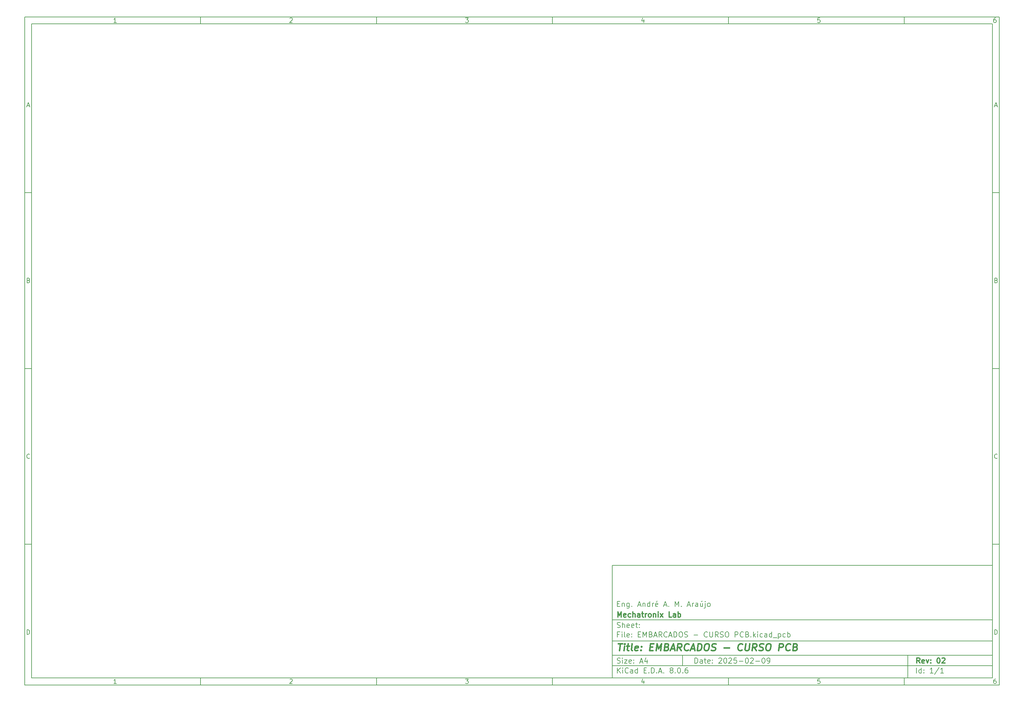
<source format=gbr>
%TF.GenerationSoftware,KiCad,Pcbnew,8.0.6*%
%TF.CreationDate,2025-02-09T14:35:08-03:00*%
%TF.ProjectId,EMBARCADOS - CURSO PCB,454d4241-5243-4414-944f-53202d204355,02*%
%TF.SameCoordinates,Original*%
%TF.FileFunction,Other,User*%
%FSLAX46Y46*%
G04 Gerber Fmt 4.6, Leading zero omitted, Abs format (unit mm)*
G04 Created by KiCad (PCBNEW 8.0.6) date 2025-02-09 14:35:08*
%MOMM*%
%LPD*%
G01*
G04 APERTURE LIST*
%ADD10C,0.100000*%
%ADD11C,0.150000*%
%ADD12C,0.300000*%
%ADD13C,0.400000*%
G04 APERTURE END LIST*
D10*
D11*
X177002200Y-166007200D02*
X285002200Y-166007200D01*
X285002200Y-198007200D01*
X177002200Y-198007200D01*
X177002200Y-166007200D01*
D10*
D11*
X10000000Y-10000000D02*
X287002200Y-10000000D01*
X287002200Y-200007200D01*
X10000000Y-200007200D01*
X10000000Y-10000000D01*
D10*
D11*
X12000000Y-12000000D02*
X285002200Y-12000000D01*
X285002200Y-198007200D01*
X12000000Y-198007200D01*
X12000000Y-12000000D01*
D10*
D11*
X60000000Y-12000000D02*
X60000000Y-10000000D01*
D10*
D11*
X110000000Y-12000000D02*
X110000000Y-10000000D01*
D10*
D11*
X160000000Y-12000000D02*
X160000000Y-10000000D01*
D10*
D11*
X210000000Y-12000000D02*
X210000000Y-10000000D01*
D10*
D11*
X260000000Y-12000000D02*
X260000000Y-10000000D01*
D10*
D11*
X36089160Y-11593604D02*
X35346303Y-11593604D01*
X35717731Y-11593604D02*
X35717731Y-10293604D01*
X35717731Y-10293604D02*
X35593922Y-10479319D01*
X35593922Y-10479319D02*
X35470112Y-10603128D01*
X35470112Y-10603128D02*
X35346303Y-10665033D01*
D10*
D11*
X85346303Y-10417414D02*
X85408207Y-10355509D01*
X85408207Y-10355509D02*
X85532017Y-10293604D01*
X85532017Y-10293604D02*
X85841541Y-10293604D01*
X85841541Y-10293604D02*
X85965350Y-10355509D01*
X85965350Y-10355509D02*
X86027255Y-10417414D01*
X86027255Y-10417414D02*
X86089160Y-10541223D01*
X86089160Y-10541223D02*
X86089160Y-10665033D01*
X86089160Y-10665033D02*
X86027255Y-10850747D01*
X86027255Y-10850747D02*
X85284398Y-11593604D01*
X85284398Y-11593604D02*
X86089160Y-11593604D01*
D10*
D11*
X135284398Y-10293604D02*
X136089160Y-10293604D01*
X136089160Y-10293604D02*
X135655826Y-10788842D01*
X135655826Y-10788842D02*
X135841541Y-10788842D01*
X135841541Y-10788842D02*
X135965350Y-10850747D01*
X135965350Y-10850747D02*
X136027255Y-10912652D01*
X136027255Y-10912652D02*
X136089160Y-11036461D01*
X136089160Y-11036461D02*
X136089160Y-11345985D01*
X136089160Y-11345985D02*
X136027255Y-11469795D01*
X136027255Y-11469795D02*
X135965350Y-11531700D01*
X135965350Y-11531700D02*
X135841541Y-11593604D01*
X135841541Y-11593604D02*
X135470112Y-11593604D01*
X135470112Y-11593604D02*
X135346303Y-11531700D01*
X135346303Y-11531700D02*
X135284398Y-11469795D01*
D10*
D11*
X185965350Y-10726938D02*
X185965350Y-11593604D01*
X185655826Y-10231700D02*
X185346303Y-11160271D01*
X185346303Y-11160271D02*
X186151064Y-11160271D01*
D10*
D11*
X236027255Y-10293604D02*
X235408207Y-10293604D01*
X235408207Y-10293604D02*
X235346303Y-10912652D01*
X235346303Y-10912652D02*
X235408207Y-10850747D01*
X235408207Y-10850747D02*
X235532017Y-10788842D01*
X235532017Y-10788842D02*
X235841541Y-10788842D01*
X235841541Y-10788842D02*
X235965350Y-10850747D01*
X235965350Y-10850747D02*
X236027255Y-10912652D01*
X236027255Y-10912652D02*
X236089160Y-11036461D01*
X236089160Y-11036461D02*
X236089160Y-11345985D01*
X236089160Y-11345985D02*
X236027255Y-11469795D01*
X236027255Y-11469795D02*
X235965350Y-11531700D01*
X235965350Y-11531700D02*
X235841541Y-11593604D01*
X235841541Y-11593604D02*
X235532017Y-11593604D01*
X235532017Y-11593604D02*
X235408207Y-11531700D01*
X235408207Y-11531700D02*
X235346303Y-11469795D01*
D10*
D11*
X285965350Y-10293604D02*
X285717731Y-10293604D01*
X285717731Y-10293604D02*
X285593922Y-10355509D01*
X285593922Y-10355509D02*
X285532017Y-10417414D01*
X285532017Y-10417414D02*
X285408207Y-10603128D01*
X285408207Y-10603128D02*
X285346303Y-10850747D01*
X285346303Y-10850747D02*
X285346303Y-11345985D01*
X285346303Y-11345985D02*
X285408207Y-11469795D01*
X285408207Y-11469795D02*
X285470112Y-11531700D01*
X285470112Y-11531700D02*
X285593922Y-11593604D01*
X285593922Y-11593604D02*
X285841541Y-11593604D01*
X285841541Y-11593604D02*
X285965350Y-11531700D01*
X285965350Y-11531700D02*
X286027255Y-11469795D01*
X286027255Y-11469795D02*
X286089160Y-11345985D01*
X286089160Y-11345985D02*
X286089160Y-11036461D01*
X286089160Y-11036461D02*
X286027255Y-10912652D01*
X286027255Y-10912652D02*
X285965350Y-10850747D01*
X285965350Y-10850747D02*
X285841541Y-10788842D01*
X285841541Y-10788842D02*
X285593922Y-10788842D01*
X285593922Y-10788842D02*
X285470112Y-10850747D01*
X285470112Y-10850747D02*
X285408207Y-10912652D01*
X285408207Y-10912652D02*
X285346303Y-11036461D01*
D10*
D11*
X60000000Y-198007200D02*
X60000000Y-200007200D01*
D10*
D11*
X110000000Y-198007200D02*
X110000000Y-200007200D01*
D10*
D11*
X160000000Y-198007200D02*
X160000000Y-200007200D01*
D10*
D11*
X210000000Y-198007200D02*
X210000000Y-200007200D01*
D10*
D11*
X260000000Y-198007200D02*
X260000000Y-200007200D01*
D10*
D11*
X36089160Y-199600804D02*
X35346303Y-199600804D01*
X35717731Y-199600804D02*
X35717731Y-198300804D01*
X35717731Y-198300804D02*
X35593922Y-198486519D01*
X35593922Y-198486519D02*
X35470112Y-198610328D01*
X35470112Y-198610328D02*
X35346303Y-198672233D01*
D10*
D11*
X85346303Y-198424614D02*
X85408207Y-198362709D01*
X85408207Y-198362709D02*
X85532017Y-198300804D01*
X85532017Y-198300804D02*
X85841541Y-198300804D01*
X85841541Y-198300804D02*
X85965350Y-198362709D01*
X85965350Y-198362709D02*
X86027255Y-198424614D01*
X86027255Y-198424614D02*
X86089160Y-198548423D01*
X86089160Y-198548423D02*
X86089160Y-198672233D01*
X86089160Y-198672233D02*
X86027255Y-198857947D01*
X86027255Y-198857947D02*
X85284398Y-199600804D01*
X85284398Y-199600804D02*
X86089160Y-199600804D01*
D10*
D11*
X135284398Y-198300804D02*
X136089160Y-198300804D01*
X136089160Y-198300804D02*
X135655826Y-198796042D01*
X135655826Y-198796042D02*
X135841541Y-198796042D01*
X135841541Y-198796042D02*
X135965350Y-198857947D01*
X135965350Y-198857947D02*
X136027255Y-198919852D01*
X136027255Y-198919852D02*
X136089160Y-199043661D01*
X136089160Y-199043661D02*
X136089160Y-199353185D01*
X136089160Y-199353185D02*
X136027255Y-199476995D01*
X136027255Y-199476995D02*
X135965350Y-199538900D01*
X135965350Y-199538900D02*
X135841541Y-199600804D01*
X135841541Y-199600804D02*
X135470112Y-199600804D01*
X135470112Y-199600804D02*
X135346303Y-199538900D01*
X135346303Y-199538900D02*
X135284398Y-199476995D01*
D10*
D11*
X185965350Y-198734138D02*
X185965350Y-199600804D01*
X185655826Y-198238900D02*
X185346303Y-199167471D01*
X185346303Y-199167471D02*
X186151064Y-199167471D01*
D10*
D11*
X236027255Y-198300804D02*
X235408207Y-198300804D01*
X235408207Y-198300804D02*
X235346303Y-198919852D01*
X235346303Y-198919852D02*
X235408207Y-198857947D01*
X235408207Y-198857947D02*
X235532017Y-198796042D01*
X235532017Y-198796042D02*
X235841541Y-198796042D01*
X235841541Y-198796042D02*
X235965350Y-198857947D01*
X235965350Y-198857947D02*
X236027255Y-198919852D01*
X236027255Y-198919852D02*
X236089160Y-199043661D01*
X236089160Y-199043661D02*
X236089160Y-199353185D01*
X236089160Y-199353185D02*
X236027255Y-199476995D01*
X236027255Y-199476995D02*
X235965350Y-199538900D01*
X235965350Y-199538900D02*
X235841541Y-199600804D01*
X235841541Y-199600804D02*
X235532017Y-199600804D01*
X235532017Y-199600804D02*
X235408207Y-199538900D01*
X235408207Y-199538900D02*
X235346303Y-199476995D01*
D10*
D11*
X285965350Y-198300804D02*
X285717731Y-198300804D01*
X285717731Y-198300804D02*
X285593922Y-198362709D01*
X285593922Y-198362709D02*
X285532017Y-198424614D01*
X285532017Y-198424614D02*
X285408207Y-198610328D01*
X285408207Y-198610328D02*
X285346303Y-198857947D01*
X285346303Y-198857947D02*
X285346303Y-199353185D01*
X285346303Y-199353185D02*
X285408207Y-199476995D01*
X285408207Y-199476995D02*
X285470112Y-199538900D01*
X285470112Y-199538900D02*
X285593922Y-199600804D01*
X285593922Y-199600804D02*
X285841541Y-199600804D01*
X285841541Y-199600804D02*
X285965350Y-199538900D01*
X285965350Y-199538900D02*
X286027255Y-199476995D01*
X286027255Y-199476995D02*
X286089160Y-199353185D01*
X286089160Y-199353185D02*
X286089160Y-199043661D01*
X286089160Y-199043661D02*
X286027255Y-198919852D01*
X286027255Y-198919852D02*
X285965350Y-198857947D01*
X285965350Y-198857947D02*
X285841541Y-198796042D01*
X285841541Y-198796042D02*
X285593922Y-198796042D01*
X285593922Y-198796042D02*
X285470112Y-198857947D01*
X285470112Y-198857947D02*
X285408207Y-198919852D01*
X285408207Y-198919852D02*
X285346303Y-199043661D01*
D10*
D11*
X10000000Y-60000000D02*
X12000000Y-60000000D01*
D10*
D11*
X10000000Y-110000000D02*
X12000000Y-110000000D01*
D10*
D11*
X10000000Y-160000000D02*
X12000000Y-160000000D01*
D10*
D11*
X10690476Y-35222176D02*
X11309523Y-35222176D01*
X10566666Y-35593604D02*
X10999999Y-34293604D01*
X10999999Y-34293604D02*
X11433333Y-35593604D01*
D10*
D11*
X11092857Y-84912652D02*
X11278571Y-84974557D01*
X11278571Y-84974557D02*
X11340476Y-85036461D01*
X11340476Y-85036461D02*
X11402380Y-85160271D01*
X11402380Y-85160271D02*
X11402380Y-85345985D01*
X11402380Y-85345985D02*
X11340476Y-85469795D01*
X11340476Y-85469795D02*
X11278571Y-85531700D01*
X11278571Y-85531700D02*
X11154761Y-85593604D01*
X11154761Y-85593604D02*
X10659523Y-85593604D01*
X10659523Y-85593604D02*
X10659523Y-84293604D01*
X10659523Y-84293604D02*
X11092857Y-84293604D01*
X11092857Y-84293604D02*
X11216666Y-84355509D01*
X11216666Y-84355509D02*
X11278571Y-84417414D01*
X11278571Y-84417414D02*
X11340476Y-84541223D01*
X11340476Y-84541223D02*
X11340476Y-84665033D01*
X11340476Y-84665033D02*
X11278571Y-84788842D01*
X11278571Y-84788842D02*
X11216666Y-84850747D01*
X11216666Y-84850747D02*
X11092857Y-84912652D01*
X11092857Y-84912652D02*
X10659523Y-84912652D01*
D10*
D11*
X11402380Y-135469795D02*
X11340476Y-135531700D01*
X11340476Y-135531700D02*
X11154761Y-135593604D01*
X11154761Y-135593604D02*
X11030952Y-135593604D01*
X11030952Y-135593604D02*
X10845238Y-135531700D01*
X10845238Y-135531700D02*
X10721428Y-135407890D01*
X10721428Y-135407890D02*
X10659523Y-135284080D01*
X10659523Y-135284080D02*
X10597619Y-135036461D01*
X10597619Y-135036461D02*
X10597619Y-134850747D01*
X10597619Y-134850747D02*
X10659523Y-134603128D01*
X10659523Y-134603128D02*
X10721428Y-134479319D01*
X10721428Y-134479319D02*
X10845238Y-134355509D01*
X10845238Y-134355509D02*
X11030952Y-134293604D01*
X11030952Y-134293604D02*
X11154761Y-134293604D01*
X11154761Y-134293604D02*
X11340476Y-134355509D01*
X11340476Y-134355509D02*
X11402380Y-134417414D01*
D10*
D11*
X10659523Y-185593604D02*
X10659523Y-184293604D01*
X10659523Y-184293604D02*
X10969047Y-184293604D01*
X10969047Y-184293604D02*
X11154761Y-184355509D01*
X11154761Y-184355509D02*
X11278571Y-184479319D01*
X11278571Y-184479319D02*
X11340476Y-184603128D01*
X11340476Y-184603128D02*
X11402380Y-184850747D01*
X11402380Y-184850747D02*
X11402380Y-185036461D01*
X11402380Y-185036461D02*
X11340476Y-185284080D01*
X11340476Y-185284080D02*
X11278571Y-185407890D01*
X11278571Y-185407890D02*
X11154761Y-185531700D01*
X11154761Y-185531700D02*
X10969047Y-185593604D01*
X10969047Y-185593604D02*
X10659523Y-185593604D01*
D10*
D11*
X287002200Y-60000000D02*
X285002200Y-60000000D01*
D10*
D11*
X287002200Y-110000000D02*
X285002200Y-110000000D01*
D10*
D11*
X287002200Y-160000000D02*
X285002200Y-160000000D01*
D10*
D11*
X285692676Y-35222176D02*
X286311723Y-35222176D01*
X285568866Y-35593604D02*
X286002199Y-34293604D01*
X286002199Y-34293604D02*
X286435533Y-35593604D01*
D10*
D11*
X286095057Y-84912652D02*
X286280771Y-84974557D01*
X286280771Y-84974557D02*
X286342676Y-85036461D01*
X286342676Y-85036461D02*
X286404580Y-85160271D01*
X286404580Y-85160271D02*
X286404580Y-85345985D01*
X286404580Y-85345985D02*
X286342676Y-85469795D01*
X286342676Y-85469795D02*
X286280771Y-85531700D01*
X286280771Y-85531700D02*
X286156961Y-85593604D01*
X286156961Y-85593604D02*
X285661723Y-85593604D01*
X285661723Y-85593604D02*
X285661723Y-84293604D01*
X285661723Y-84293604D02*
X286095057Y-84293604D01*
X286095057Y-84293604D02*
X286218866Y-84355509D01*
X286218866Y-84355509D02*
X286280771Y-84417414D01*
X286280771Y-84417414D02*
X286342676Y-84541223D01*
X286342676Y-84541223D02*
X286342676Y-84665033D01*
X286342676Y-84665033D02*
X286280771Y-84788842D01*
X286280771Y-84788842D02*
X286218866Y-84850747D01*
X286218866Y-84850747D02*
X286095057Y-84912652D01*
X286095057Y-84912652D02*
X285661723Y-84912652D01*
D10*
D11*
X286404580Y-135469795D02*
X286342676Y-135531700D01*
X286342676Y-135531700D02*
X286156961Y-135593604D01*
X286156961Y-135593604D02*
X286033152Y-135593604D01*
X286033152Y-135593604D02*
X285847438Y-135531700D01*
X285847438Y-135531700D02*
X285723628Y-135407890D01*
X285723628Y-135407890D02*
X285661723Y-135284080D01*
X285661723Y-135284080D02*
X285599819Y-135036461D01*
X285599819Y-135036461D02*
X285599819Y-134850747D01*
X285599819Y-134850747D02*
X285661723Y-134603128D01*
X285661723Y-134603128D02*
X285723628Y-134479319D01*
X285723628Y-134479319D02*
X285847438Y-134355509D01*
X285847438Y-134355509D02*
X286033152Y-134293604D01*
X286033152Y-134293604D02*
X286156961Y-134293604D01*
X286156961Y-134293604D02*
X286342676Y-134355509D01*
X286342676Y-134355509D02*
X286404580Y-134417414D01*
D10*
D11*
X285661723Y-185593604D02*
X285661723Y-184293604D01*
X285661723Y-184293604D02*
X285971247Y-184293604D01*
X285971247Y-184293604D02*
X286156961Y-184355509D01*
X286156961Y-184355509D02*
X286280771Y-184479319D01*
X286280771Y-184479319D02*
X286342676Y-184603128D01*
X286342676Y-184603128D02*
X286404580Y-184850747D01*
X286404580Y-184850747D02*
X286404580Y-185036461D01*
X286404580Y-185036461D02*
X286342676Y-185284080D01*
X286342676Y-185284080D02*
X286280771Y-185407890D01*
X286280771Y-185407890D02*
X286156961Y-185531700D01*
X286156961Y-185531700D02*
X285971247Y-185593604D01*
X285971247Y-185593604D02*
X285661723Y-185593604D01*
D10*
D11*
X200458026Y-193793328D02*
X200458026Y-192293328D01*
X200458026Y-192293328D02*
X200815169Y-192293328D01*
X200815169Y-192293328D02*
X201029455Y-192364757D01*
X201029455Y-192364757D02*
X201172312Y-192507614D01*
X201172312Y-192507614D02*
X201243741Y-192650471D01*
X201243741Y-192650471D02*
X201315169Y-192936185D01*
X201315169Y-192936185D02*
X201315169Y-193150471D01*
X201315169Y-193150471D02*
X201243741Y-193436185D01*
X201243741Y-193436185D02*
X201172312Y-193579042D01*
X201172312Y-193579042D02*
X201029455Y-193721900D01*
X201029455Y-193721900D02*
X200815169Y-193793328D01*
X200815169Y-193793328D02*
X200458026Y-193793328D01*
X202600884Y-193793328D02*
X202600884Y-193007614D01*
X202600884Y-193007614D02*
X202529455Y-192864757D01*
X202529455Y-192864757D02*
X202386598Y-192793328D01*
X202386598Y-192793328D02*
X202100884Y-192793328D01*
X202100884Y-192793328D02*
X201958026Y-192864757D01*
X202600884Y-193721900D02*
X202458026Y-193793328D01*
X202458026Y-193793328D02*
X202100884Y-193793328D01*
X202100884Y-193793328D02*
X201958026Y-193721900D01*
X201958026Y-193721900D02*
X201886598Y-193579042D01*
X201886598Y-193579042D02*
X201886598Y-193436185D01*
X201886598Y-193436185D02*
X201958026Y-193293328D01*
X201958026Y-193293328D02*
X202100884Y-193221900D01*
X202100884Y-193221900D02*
X202458026Y-193221900D01*
X202458026Y-193221900D02*
X202600884Y-193150471D01*
X203100884Y-192793328D02*
X203672312Y-192793328D01*
X203315169Y-192293328D02*
X203315169Y-193579042D01*
X203315169Y-193579042D02*
X203386598Y-193721900D01*
X203386598Y-193721900D02*
X203529455Y-193793328D01*
X203529455Y-193793328D02*
X203672312Y-193793328D01*
X204743741Y-193721900D02*
X204600884Y-193793328D01*
X204600884Y-193793328D02*
X204315170Y-193793328D01*
X204315170Y-193793328D02*
X204172312Y-193721900D01*
X204172312Y-193721900D02*
X204100884Y-193579042D01*
X204100884Y-193579042D02*
X204100884Y-193007614D01*
X204100884Y-193007614D02*
X204172312Y-192864757D01*
X204172312Y-192864757D02*
X204315170Y-192793328D01*
X204315170Y-192793328D02*
X204600884Y-192793328D01*
X204600884Y-192793328D02*
X204743741Y-192864757D01*
X204743741Y-192864757D02*
X204815170Y-193007614D01*
X204815170Y-193007614D02*
X204815170Y-193150471D01*
X204815170Y-193150471D02*
X204100884Y-193293328D01*
X205458026Y-193650471D02*
X205529455Y-193721900D01*
X205529455Y-193721900D02*
X205458026Y-193793328D01*
X205458026Y-193793328D02*
X205386598Y-193721900D01*
X205386598Y-193721900D02*
X205458026Y-193650471D01*
X205458026Y-193650471D02*
X205458026Y-193793328D01*
X205458026Y-192864757D02*
X205529455Y-192936185D01*
X205529455Y-192936185D02*
X205458026Y-193007614D01*
X205458026Y-193007614D02*
X205386598Y-192936185D01*
X205386598Y-192936185D02*
X205458026Y-192864757D01*
X205458026Y-192864757D02*
X205458026Y-193007614D01*
X207243741Y-192436185D02*
X207315169Y-192364757D01*
X207315169Y-192364757D02*
X207458027Y-192293328D01*
X207458027Y-192293328D02*
X207815169Y-192293328D01*
X207815169Y-192293328D02*
X207958027Y-192364757D01*
X207958027Y-192364757D02*
X208029455Y-192436185D01*
X208029455Y-192436185D02*
X208100884Y-192579042D01*
X208100884Y-192579042D02*
X208100884Y-192721900D01*
X208100884Y-192721900D02*
X208029455Y-192936185D01*
X208029455Y-192936185D02*
X207172312Y-193793328D01*
X207172312Y-193793328D02*
X208100884Y-193793328D01*
X209029455Y-192293328D02*
X209172312Y-192293328D01*
X209172312Y-192293328D02*
X209315169Y-192364757D01*
X209315169Y-192364757D02*
X209386598Y-192436185D01*
X209386598Y-192436185D02*
X209458026Y-192579042D01*
X209458026Y-192579042D02*
X209529455Y-192864757D01*
X209529455Y-192864757D02*
X209529455Y-193221900D01*
X209529455Y-193221900D02*
X209458026Y-193507614D01*
X209458026Y-193507614D02*
X209386598Y-193650471D01*
X209386598Y-193650471D02*
X209315169Y-193721900D01*
X209315169Y-193721900D02*
X209172312Y-193793328D01*
X209172312Y-193793328D02*
X209029455Y-193793328D01*
X209029455Y-193793328D02*
X208886598Y-193721900D01*
X208886598Y-193721900D02*
X208815169Y-193650471D01*
X208815169Y-193650471D02*
X208743740Y-193507614D01*
X208743740Y-193507614D02*
X208672312Y-193221900D01*
X208672312Y-193221900D02*
X208672312Y-192864757D01*
X208672312Y-192864757D02*
X208743740Y-192579042D01*
X208743740Y-192579042D02*
X208815169Y-192436185D01*
X208815169Y-192436185D02*
X208886598Y-192364757D01*
X208886598Y-192364757D02*
X209029455Y-192293328D01*
X210100883Y-192436185D02*
X210172311Y-192364757D01*
X210172311Y-192364757D02*
X210315169Y-192293328D01*
X210315169Y-192293328D02*
X210672311Y-192293328D01*
X210672311Y-192293328D02*
X210815169Y-192364757D01*
X210815169Y-192364757D02*
X210886597Y-192436185D01*
X210886597Y-192436185D02*
X210958026Y-192579042D01*
X210958026Y-192579042D02*
X210958026Y-192721900D01*
X210958026Y-192721900D02*
X210886597Y-192936185D01*
X210886597Y-192936185D02*
X210029454Y-193793328D01*
X210029454Y-193793328D02*
X210958026Y-193793328D01*
X212315168Y-192293328D02*
X211600882Y-192293328D01*
X211600882Y-192293328D02*
X211529454Y-193007614D01*
X211529454Y-193007614D02*
X211600882Y-192936185D01*
X211600882Y-192936185D02*
X211743740Y-192864757D01*
X211743740Y-192864757D02*
X212100882Y-192864757D01*
X212100882Y-192864757D02*
X212243740Y-192936185D01*
X212243740Y-192936185D02*
X212315168Y-193007614D01*
X212315168Y-193007614D02*
X212386597Y-193150471D01*
X212386597Y-193150471D02*
X212386597Y-193507614D01*
X212386597Y-193507614D02*
X212315168Y-193650471D01*
X212315168Y-193650471D02*
X212243740Y-193721900D01*
X212243740Y-193721900D02*
X212100882Y-193793328D01*
X212100882Y-193793328D02*
X211743740Y-193793328D01*
X211743740Y-193793328D02*
X211600882Y-193721900D01*
X211600882Y-193721900D02*
X211529454Y-193650471D01*
X213029453Y-193221900D02*
X214172311Y-193221900D01*
X215172311Y-192293328D02*
X215315168Y-192293328D01*
X215315168Y-192293328D02*
X215458025Y-192364757D01*
X215458025Y-192364757D02*
X215529454Y-192436185D01*
X215529454Y-192436185D02*
X215600882Y-192579042D01*
X215600882Y-192579042D02*
X215672311Y-192864757D01*
X215672311Y-192864757D02*
X215672311Y-193221900D01*
X215672311Y-193221900D02*
X215600882Y-193507614D01*
X215600882Y-193507614D02*
X215529454Y-193650471D01*
X215529454Y-193650471D02*
X215458025Y-193721900D01*
X215458025Y-193721900D02*
X215315168Y-193793328D01*
X215315168Y-193793328D02*
X215172311Y-193793328D01*
X215172311Y-193793328D02*
X215029454Y-193721900D01*
X215029454Y-193721900D02*
X214958025Y-193650471D01*
X214958025Y-193650471D02*
X214886596Y-193507614D01*
X214886596Y-193507614D02*
X214815168Y-193221900D01*
X214815168Y-193221900D02*
X214815168Y-192864757D01*
X214815168Y-192864757D02*
X214886596Y-192579042D01*
X214886596Y-192579042D02*
X214958025Y-192436185D01*
X214958025Y-192436185D02*
X215029454Y-192364757D01*
X215029454Y-192364757D02*
X215172311Y-192293328D01*
X216243739Y-192436185D02*
X216315167Y-192364757D01*
X216315167Y-192364757D02*
X216458025Y-192293328D01*
X216458025Y-192293328D02*
X216815167Y-192293328D01*
X216815167Y-192293328D02*
X216958025Y-192364757D01*
X216958025Y-192364757D02*
X217029453Y-192436185D01*
X217029453Y-192436185D02*
X217100882Y-192579042D01*
X217100882Y-192579042D02*
X217100882Y-192721900D01*
X217100882Y-192721900D02*
X217029453Y-192936185D01*
X217029453Y-192936185D02*
X216172310Y-193793328D01*
X216172310Y-193793328D02*
X217100882Y-193793328D01*
X217743738Y-193221900D02*
X218886596Y-193221900D01*
X219886596Y-192293328D02*
X220029453Y-192293328D01*
X220029453Y-192293328D02*
X220172310Y-192364757D01*
X220172310Y-192364757D02*
X220243739Y-192436185D01*
X220243739Y-192436185D02*
X220315167Y-192579042D01*
X220315167Y-192579042D02*
X220386596Y-192864757D01*
X220386596Y-192864757D02*
X220386596Y-193221900D01*
X220386596Y-193221900D02*
X220315167Y-193507614D01*
X220315167Y-193507614D02*
X220243739Y-193650471D01*
X220243739Y-193650471D02*
X220172310Y-193721900D01*
X220172310Y-193721900D02*
X220029453Y-193793328D01*
X220029453Y-193793328D02*
X219886596Y-193793328D01*
X219886596Y-193793328D02*
X219743739Y-193721900D01*
X219743739Y-193721900D02*
X219672310Y-193650471D01*
X219672310Y-193650471D02*
X219600881Y-193507614D01*
X219600881Y-193507614D02*
X219529453Y-193221900D01*
X219529453Y-193221900D02*
X219529453Y-192864757D01*
X219529453Y-192864757D02*
X219600881Y-192579042D01*
X219600881Y-192579042D02*
X219672310Y-192436185D01*
X219672310Y-192436185D02*
X219743739Y-192364757D01*
X219743739Y-192364757D02*
X219886596Y-192293328D01*
X221100881Y-193793328D02*
X221386595Y-193793328D01*
X221386595Y-193793328D02*
X221529452Y-193721900D01*
X221529452Y-193721900D02*
X221600881Y-193650471D01*
X221600881Y-193650471D02*
X221743738Y-193436185D01*
X221743738Y-193436185D02*
X221815167Y-193150471D01*
X221815167Y-193150471D02*
X221815167Y-192579042D01*
X221815167Y-192579042D02*
X221743738Y-192436185D01*
X221743738Y-192436185D02*
X221672310Y-192364757D01*
X221672310Y-192364757D02*
X221529452Y-192293328D01*
X221529452Y-192293328D02*
X221243738Y-192293328D01*
X221243738Y-192293328D02*
X221100881Y-192364757D01*
X221100881Y-192364757D02*
X221029452Y-192436185D01*
X221029452Y-192436185D02*
X220958024Y-192579042D01*
X220958024Y-192579042D02*
X220958024Y-192936185D01*
X220958024Y-192936185D02*
X221029452Y-193079042D01*
X221029452Y-193079042D02*
X221100881Y-193150471D01*
X221100881Y-193150471D02*
X221243738Y-193221900D01*
X221243738Y-193221900D02*
X221529452Y-193221900D01*
X221529452Y-193221900D02*
X221672310Y-193150471D01*
X221672310Y-193150471D02*
X221743738Y-193079042D01*
X221743738Y-193079042D02*
X221815167Y-192936185D01*
D10*
D11*
X177002200Y-194507200D02*
X285002200Y-194507200D01*
D10*
D11*
X178458026Y-196593328D02*
X178458026Y-195093328D01*
X179315169Y-196593328D02*
X178672312Y-195736185D01*
X179315169Y-195093328D02*
X178458026Y-195950471D01*
X179958026Y-196593328D02*
X179958026Y-195593328D01*
X179958026Y-195093328D02*
X179886598Y-195164757D01*
X179886598Y-195164757D02*
X179958026Y-195236185D01*
X179958026Y-195236185D02*
X180029455Y-195164757D01*
X180029455Y-195164757D02*
X179958026Y-195093328D01*
X179958026Y-195093328D02*
X179958026Y-195236185D01*
X181529455Y-196450471D02*
X181458027Y-196521900D01*
X181458027Y-196521900D02*
X181243741Y-196593328D01*
X181243741Y-196593328D02*
X181100884Y-196593328D01*
X181100884Y-196593328D02*
X180886598Y-196521900D01*
X180886598Y-196521900D02*
X180743741Y-196379042D01*
X180743741Y-196379042D02*
X180672312Y-196236185D01*
X180672312Y-196236185D02*
X180600884Y-195950471D01*
X180600884Y-195950471D02*
X180600884Y-195736185D01*
X180600884Y-195736185D02*
X180672312Y-195450471D01*
X180672312Y-195450471D02*
X180743741Y-195307614D01*
X180743741Y-195307614D02*
X180886598Y-195164757D01*
X180886598Y-195164757D02*
X181100884Y-195093328D01*
X181100884Y-195093328D02*
X181243741Y-195093328D01*
X181243741Y-195093328D02*
X181458027Y-195164757D01*
X181458027Y-195164757D02*
X181529455Y-195236185D01*
X182815170Y-196593328D02*
X182815170Y-195807614D01*
X182815170Y-195807614D02*
X182743741Y-195664757D01*
X182743741Y-195664757D02*
X182600884Y-195593328D01*
X182600884Y-195593328D02*
X182315170Y-195593328D01*
X182315170Y-195593328D02*
X182172312Y-195664757D01*
X182815170Y-196521900D02*
X182672312Y-196593328D01*
X182672312Y-196593328D02*
X182315170Y-196593328D01*
X182315170Y-196593328D02*
X182172312Y-196521900D01*
X182172312Y-196521900D02*
X182100884Y-196379042D01*
X182100884Y-196379042D02*
X182100884Y-196236185D01*
X182100884Y-196236185D02*
X182172312Y-196093328D01*
X182172312Y-196093328D02*
X182315170Y-196021900D01*
X182315170Y-196021900D02*
X182672312Y-196021900D01*
X182672312Y-196021900D02*
X182815170Y-195950471D01*
X184172313Y-196593328D02*
X184172313Y-195093328D01*
X184172313Y-196521900D02*
X184029455Y-196593328D01*
X184029455Y-196593328D02*
X183743741Y-196593328D01*
X183743741Y-196593328D02*
X183600884Y-196521900D01*
X183600884Y-196521900D02*
X183529455Y-196450471D01*
X183529455Y-196450471D02*
X183458027Y-196307614D01*
X183458027Y-196307614D02*
X183458027Y-195879042D01*
X183458027Y-195879042D02*
X183529455Y-195736185D01*
X183529455Y-195736185D02*
X183600884Y-195664757D01*
X183600884Y-195664757D02*
X183743741Y-195593328D01*
X183743741Y-195593328D02*
X184029455Y-195593328D01*
X184029455Y-195593328D02*
X184172313Y-195664757D01*
X186029455Y-195807614D02*
X186529455Y-195807614D01*
X186743741Y-196593328D02*
X186029455Y-196593328D01*
X186029455Y-196593328D02*
X186029455Y-195093328D01*
X186029455Y-195093328D02*
X186743741Y-195093328D01*
X187386598Y-196450471D02*
X187458027Y-196521900D01*
X187458027Y-196521900D02*
X187386598Y-196593328D01*
X187386598Y-196593328D02*
X187315170Y-196521900D01*
X187315170Y-196521900D02*
X187386598Y-196450471D01*
X187386598Y-196450471D02*
X187386598Y-196593328D01*
X188100884Y-196593328D02*
X188100884Y-195093328D01*
X188100884Y-195093328D02*
X188458027Y-195093328D01*
X188458027Y-195093328D02*
X188672313Y-195164757D01*
X188672313Y-195164757D02*
X188815170Y-195307614D01*
X188815170Y-195307614D02*
X188886599Y-195450471D01*
X188886599Y-195450471D02*
X188958027Y-195736185D01*
X188958027Y-195736185D02*
X188958027Y-195950471D01*
X188958027Y-195950471D02*
X188886599Y-196236185D01*
X188886599Y-196236185D02*
X188815170Y-196379042D01*
X188815170Y-196379042D02*
X188672313Y-196521900D01*
X188672313Y-196521900D02*
X188458027Y-196593328D01*
X188458027Y-196593328D02*
X188100884Y-196593328D01*
X189600884Y-196450471D02*
X189672313Y-196521900D01*
X189672313Y-196521900D02*
X189600884Y-196593328D01*
X189600884Y-196593328D02*
X189529456Y-196521900D01*
X189529456Y-196521900D02*
X189600884Y-196450471D01*
X189600884Y-196450471D02*
X189600884Y-196593328D01*
X190243742Y-196164757D02*
X190958028Y-196164757D01*
X190100885Y-196593328D02*
X190600885Y-195093328D01*
X190600885Y-195093328D02*
X191100885Y-196593328D01*
X191600884Y-196450471D02*
X191672313Y-196521900D01*
X191672313Y-196521900D02*
X191600884Y-196593328D01*
X191600884Y-196593328D02*
X191529456Y-196521900D01*
X191529456Y-196521900D02*
X191600884Y-196450471D01*
X191600884Y-196450471D02*
X191600884Y-196593328D01*
X193672313Y-195736185D02*
X193529456Y-195664757D01*
X193529456Y-195664757D02*
X193458027Y-195593328D01*
X193458027Y-195593328D02*
X193386599Y-195450471D01*
X193386599Y-195450471D02*
X193386599Y-195379042D01*
X193386599Y-195379042D02*
X193458027Y-195236185D01*
X193458027Y-195236185D02*
X193529456Y-195164757D01*
X193529456Y-195164757D02*
X193672313Y-195093328D01*
X193672313Y-195093328D02*
X193958027Y-195093328D01*
X193958027Y-195093328D02*
X194100885Y-195164757D01*
X194100885Y-195164757D02*
X194172313Y-195236185D01*
X194172313Y-195236185D02*
X194243742Y-195379042D01*
X194243742Y-195379042D02*
X194243742Y-195450471D01*
X194243742Y-195450471D02*
X194172313Y-195593328D01*
X194172313Y-195593328D02*
X194100885Y-195664757D01*
X194100885Y-195664757D02*
X193958027Y-195736185D01*
X193958027Y-195736185D02*
X193672313Y-195736185D01*
X193672313Y-195736185D02*
X193529456Y-195807614D01*
X193529456Y-195807614D02*
X193458027Y-195879042D01*
X193458027Y-195879042D02*
X193386599Y-196021900D01*
X193386599Y-196021900D02*
X193386599Y-196307614D01*
X193386599Y-196307614D02*
X193458027Y-196450471D01*
X193458027Y-196450471D02*
X193529456Y-196521900D01*
X193529456Y-196521900D02*
X193672313Y-196593328D01*
X193672313Y-196593328D02*
X193958027Y-196593328D01*
X193958027Y-196593328D02*
X194100885Y-196521900D01*
X194100885Y-196521900D02*
X194172313Y-196450471D01*
X194172313Y-196450471D02*
X194243742Y-196307614D01*
X194243742Y-196307614D02*
X194243742Y-196021900D01*
X194243742Y-196021900D02*
X194172313Y-195879042D01*
X194172313Y-195879042D02*
X194100885Y-195807614D01*
X194100885Y-195807614D02*
X193958027Y-195736185D01*
X194886598Y-196450471D02*
X194958027Y-196521900D01*
X194958027Y-196521900D02*
X194886598Y-196593328D01*
X194886598Y-196593328D02*
X194815170Y-196521900D01*
X194815170Y-196521900D02*
X194886598Y-196450471D01*
X194886598Y-196450471D02*
X194886598Y-196593328D01*
X195886599Y-195093328D02*
X196029456Y-195093328D01*
X196029456Y-195093328D02*
X196172313Y-195164757D01*
X196172313Y-195164757D02*
X196243742Y-195236185D01*
X196243742Y-195236185D02*
X196315170Y-195379042D01*
X196315170Y-195379042D02*
X196386599Y-195664757D01*
X196386599Y-195664757D02*
X196386599Y-196021900D01*
X196386599Y-196021900D02*
X196315170Y-196307614D01*
X196315170Y-196307614D02*
X196243742Y-196450471D01*
X196243742Y-196450471D02*
X196172313Y-196521900D01*
X196172313Y-196521900D02*
X196029456Y-196593328D01*
X196029456Y-196593328D02*
X195886599Y-196593328D01*
X195886599Y-196593328D02*
X195743742Y-196521900D01*
X195743742Y-196521900D02*
X195672313Y-196450471D01*
X195672313Y-196450471D02*
X195600884Y-196307614D01*
X195600884Y-196307614D02*
X195529456Y-196021900D01*
X195529456Y-196021900D02*
X195529456Y-195664757D01*
X195529456Y-195664757D02*
X195600884Y-195379042D01*
X195600884Y-195379042D02*
X195672313Y-195236185D01*
X195672313Y-195236185D02*
X195743742Y-195164757D01*
X195743742Y-195164757D02*
X195886599Y-195093328D01*
X197029455Y-196450471D02*
X197100884Y-196521900D01*
X197100884Y-196521900D02*
X197029455Y-196593328D01*
X197029455Y-196593328D02*
X196958027Y-196521900D01*
X196958027Y-196521900D02*
X197029455Y-196450471D01*
X197029455Y-196450471D02*
X197029455Y-196593328D01*
X198386599Y-195093328D02*
X198100884Y-195093328D01*
X198100884Y-195093328D02*
X197958027Y-195164757D01*
X197958027Y-195164757D02*
X197886599Y-195236185D01*
X197886599Y-195236185D02*
X197743741Y-195450471D01*
X197743741Y-195450471D02*
X197672313Y-195736185D01*
X197672313Y-195736185D02*
X197672313Y-196307614D01*
X197672313Y-196307614D02*
X197743741Y-196450471D01*
X197743741Y-196450471D02*
X197815170Y-196521900D01*
X197815170Y-196521900D02*
X197958027Y-196593328D01*
X197958027Y-196593328D02*
X198243741Y-196593328D01*
X198243741Y-196593328D02*
X198386599Y-196521900D01*
X198386599Y-196521900D02*
X198458027Y-196450471D01*
X198458027Y-196450471D02*
X198529456Y-196307614D01*
X198529456Y-196307614D02*
X198529456Y-195950471D01*
X198529456Y-195950471D02*
X198458027Y-195807614D01*
X198458027Y-195807614D02*
X198386599Y-195736185D01*
X198386599Y-195736185D02*
X198243741Y-195664757D01*
X198243741Y-195664757D02*
X197958027Y-195664757D01*
X197958027Y-195664757D02*
X197815170Y-195736185D01*
X197815170Y-195736185D02*
X197743741Y-195807614D01*
X197743741Y-195807614D02*
X197672313Y-195950471D01*
D10*
D11*
X177002200Y-191507200D02*
X285002200Y-191507200D01*
D10*
D12*
X264413853Y-193785528D02*
X263913853Y-193071242D01*
X263556710Y-193785528D02*
X263556710Y-192285528D01*
X263556710Y-192285528D02*
X264128139Y-192285528D01*
X264128139Y-192285528D02*
X264270996Y-192356957D01*
X264270996Y-192356957D02*
X264342425Y-192428385D01*
X264342425Y-192428385D02*
X264413853Y-192571242D01*
X264413853Y-192571242D02*
X264413853Y-192785528D01*
X264413853Y-192785528D02*
X264342425Y-192928385D01*
X264342425Y-192928385D02*
X264270996Y-192999814D01*
X264270996Y-192999814D02*
X264128139Y-193071242D01*
X264128139Y-193071242D02*
X263556710Y-193071242D01*
X265628139Y-193714100D02*
X265485282Y-193785528D01*
X265485282Y-193785528D02*
X265199568Y-193785528D01*
X265199568Y-193785528D02*
X265056710Y-193714100D01*
X265056710Y-193714100D02*
X264985282Y-193571242D01*
X264985282Y-193571242D02*
X264985282Y-192999814D01*
X264985282Y-192999814D02*
X265056710Y-192856957D01*
X265056710Y-192856957D02*
X265199568Y-192785528D01*
X265199568Y-192785528D02*
X265485282Y-192785528D01*
X265485282Y-192785528D02*
X265628139Y-192856957D01*
X265628139Y-192856957D02*
X265699568Y-192999814D01*
X265699568Y-192999814D02*
X265699568Y-193142671D01*
X265699568Y-193142671D02*
X264985282Y-193285528D01*
X266199567Y-192785528D02*
X266556710Y-193785528D01*
X266556710Y-193785528D02*
X266913853Y-192785528D01*
X267485281Y-193642671D02*
X267556710Y-193714100D01*
X267556710Y-193714100D02*
X267485281Y-193785528D01*
X267485281Y-193785528D02*
X267413853Y-193714100D01*
X267413853Y-193714100D02*
X267485281Y-193642671D01*
X267485281Y-193642671D02*
X267485281Y-193785528D01*
X267485281Y-192856957D02*
X267556710Y-192928385D01*
X267556710Y-192928385D02*
X267485281Y-192999814D01*
X267485281Y-192999814D02*
X267413853Y-192928385D01*
X267413853Y-192928385D02*
X267485281Y-192856957D01*
X267485281Y-192856957D02*
X267485281Y-192999814D01*
X269628139Y-192285528D02*
X269770996Y-192285528D01*
X269770996Y-192285528D02*
X269913853Y-192356957D01*
X269913853Y-192356957D02*
X269985282Y-192428385D01*
X269985282Y-192428385D02*
X270056710Y-192571242D01*
X270056710Y-192571242D02*
X270128139Y-192856957D01*
X270128139Y-192856957D02*
X270128139Y-193214100D01*
X270128139Y-193214100D02*
X270056710Y-193499814D01*
X270056710Y-193499814D02*
X269985282Y-193642671D01*
X269985282Y-193642671D02*
X269913853Y-193714100D01*
X269913853Y-193714100D02*
X269770996Y-193785528D01*
X269770996Y-193785528D02*
X269628139Y-193785528D01*
X269628139Y-193785528D02*
X269485282Y-193714100D01*
X269485282Y-193714100D02*
X269413853Y-193642671D01*
X269413853Y-193642671D02*
X269342424Y-193499814D01*
X269342424Y-193499814D02*
X269270996Y-193214100D01*
X269270996Y-193214100D02*
X269270996Y-192856957D01*
X269270996Y-192856957D02*
X269342424Y-192571242D01*
X269342424Y-192571242D02*
X269413853Y-192428385D01*
X269413853Y-192428385D02*
X269485282Y-192356957D01*
X269485282Y-192356957D02*
X269628139Y-192285528D01*
X270699567Y-192428385D02*
X270770995Y-192356957D01*
X270770995Y-192356957D02*
X270913853Y-192285528D01*
X270913853Y-192285528D02*
X271270995Y-192285528D01*
X271270995Y-192285528D02*
X271413853Y-192356957D01*
X271413853Y-192356957D02*
X271485281Y-192428385D01*
X271485281Y-192428385D02*
X271556710Y-192571242D01*
X271556710Y-192571242D02*
X271556710Y-192714100D01*
X271556710Y-192714100D02*
X271485281Y-192928385D01*
X271485281Y-192928385D02*
X270628138Y-193785528D01*
X270628138Y-193785528D02*
X271556710Y-193785528D01*
D10*
D11*
X178386598Y-193721900D02*
X178600884Y-193793328D01*
X178600884Y-193793328D02*
X178958026Y-193793328D01*
X178958026Y-193793328D02*
X179100884Y-193721900D01*
X179100884Y-193721900D02*
X179172312Y-193650471D01*
X179172312Y-193650471D02*
X179243741Y-193507614D01*
X179243741Y-193507614D02*
X179243741Y-193364757D01*
X179243741Y-193364757D02*
X179172312Y-193221900D01*
X179172312Y-193221900D02*
X179100884Y-193150471D01*
X179100884Y-193150471D02*
X178958026Y-193079042D01*
X178958026Y-193079042D02*
X178672312Y-193007614D01*
X178672312Y-193007614D02*
X178529455Y-192936185D01*
X178529455Y-192936185D02*
X178458026Y-192864757D01*
X178458026Y-192864757D02*
X178386598Y-192721900D01*
X178386598Y-192721900D02*
X178386598Y-192579042D01*
X178386598Y-192579042D02*
X178458026Y-192436185D01*
X178458026Y-192436185D02*
X178529455Y-192364757D01*
X178529455Y-192364757D02*
X178672312Y-192293328D01*
X178672312Y-192293328D02*
X179029455Y-192293328D01*
X179029455Y-192293328D02*
X179243741Y-192364757D01*
X179886597Y-193793328D02*
X179886597Y-192793328D01*
X179886597Y-192293328D02*
X179815169Y-192364757D01*
X179815169Y-192364757D02*
X179886597Y-192436185D01*
X179886597Y-192436185D02*
X179958026Y-192364757D01*
X179958026Y-192364757D02*
X179886597Y-192293328D01*
X179886597Y-192293328D02*
X179886597Y-192436185D01*
X180458026Y-192793328D02*
X181243741Y-192793328D01*
X181243741Y-192793328D02*
X180458026Y-193793328D01*
X180458026Y-193793328D02*
X181243741Y-193793328D01*
X182386598Y-193721900D02*
X182243741Y-193793328D01*
X182243741Y-193793328D02*
X181958027Y-193793328D01*
X181958027Y-193793328D02*
X181815169Y-193721900D01*
X181815169Y-193721900D02*
X181743741Y-193579042D01*
X181743741Y-193579042D02*
X181743741Y-193007614D01*
X181743741Y-193007614D02*
X181815169Y-192864757D01*
X181815169Y-192864757D02*
X181958027Y-192793328D01*
X181958027Y-192793328D02*
X182243741Y-192793328D01*
X182243741Y-192793328D02*
X182386598Y-192864757D01*
X182386598Y-192864757D02*
X182458027Y-193007614D01*
X182458027Y-193007614D02*
X182458027Y-193150471D01*
X182458027Y-193150471D02*
X181743741Y-193293328D01*
X183100883Y-193650471D02*
X183172312Y-193721900D01*
X183172312Y-193721900D02*
X183100883Y-193793328D01*
X183100883Y-193793328D02*
X183029455Y-193721900D01*
X183029455Y-193721900D02*
X183100883Y-193650471D01*
X183100883Y-193650471D02*
X183100883Y-193793328D01*
X183100883Y-192864757D02*
X183172312Y-192936185D01*
X183172312Y-192936185D02*
X183100883Y-193007614D01*
X183100883Y-193007614D02*
X183029455Y-192936185D01*
X183029455Y-192936185D02*
X183100883Y-192864757D01*
X183100883Y-192864757D02*
X183100883Y-193007614D01*
X184886598Y-193364757D02*
X185600884Y-193364757D01*
X184743741Y-193793328D02*
X185243741Y-192293328D01*
X185243741Y-192293328D02*
X185743741Y-193793328D01*
X186886598Y-192793328D02*
X186886598Y-193793328D01*
X186529455Y-192221900D02*
X186172312Y-193293328D01*
X186172312Y-193293328D02*
X187100883Y-193293328D01*
D10*
D11*
X263458026Y-196593328D02*
X263458026Y-195093328D01*
X264815170Y-196593328D02*
X264815170Y-195093328D01*
X264815170Y-196521900D02*
X264672312Y-196593328D01*
X264672312Y-196593328D02*
X264386598Y-196593328D01*
X264386598Y-196593328D02*
X264243741Y-196521900D01*
X264243741Y-196521900D02*
X264172312Y-196450471D01*
X264172312Y-196450471D02*
X264100884Y-196307614D01*
X264100884Y-196307614D02*
X264100884Y-195879042D01*
X264100884Y-195879042D02*
X264172312Y-195736185D01*
X264172312Y-195736185D02*
X264243741Y-195664757D01*
X264243741Y-195664757D02*
X264386598Y-195593328D01*
X264386598Y-195593328D02*
X264672312Y-195593328D01*
X264672312Y-195593328D02*
X264815170Y-195664757D01*
X265529455Y-196450471D02*
X265600884Y-196521900D01*
X265600884Y-196521900D02*
X265529455Y-196593328D01*
X265529455Y-196593328D02*
X265458027Y-196521900D01*
X265458027Y-196521900D02*
X265529455Y-196450471D01*
X265529455Y-196450471D02*
X265529455Y-196593328D01*
X265529455Y-195664757D02*
X265600884Y-195736185D01*
X265600884Y-195736185D02*
X265529455Y-195807614D01*
X265529455Y-195807614D02*
X265458027Y-195736185D01*
X265458027Y-195736185D02*
X265529455Y-195664757D01*
X265529455Y-195664757D02*
X265529455Y-195807614D01*
X268172313Y-196593328D02*
X267315170Y-196593328D01*
X267743741Y-196593328D02*
X267743741Y-195093328D01*
X267743741Y-195093328D02*
X267600884Y-195307614D01*
X267600884Y-195307614D02*
X267458027Y-195450471D01*
X267458027Y-195450471D02*
X267315170Y-195521900D01*
X269886598Y-195021900D02*
X268600884Y-196950471D01*
X271172313Y-196593328D02*
X270315170Y-196593328D01*
X270743741Y-196593328D02*
X270743741Y-195093328D01*
X270743741Y-195093328D02*
X270600884Y-195307614D01*
X270600884Y-195307614D02*
X270458027Y-195450471D01*
X270458027Y-195450471D02*
X270315170Y-195521900D01*
D10*
D11*
X177002200Y-187507200D02*
X285002200Y-187507200D01*
D10*
D13*
X178693928Y-188211638D02*
X179836785Y-188211638D01*
X179015357Y-190211638D02*
X179265357Y-188211638D01*
X180253452Y-190211638D02*
X180420119Y-188878304D01*
X180503452Y-188211638D02*
X180396309Y-188306876D01*
X180396309Y-188306876D02*
X180479643Y-188402114D01*
X180479643Y-188402114D02*
X180586786Y-188306876D01*
X180586786Y-188306876D02*
X180503452Y-188211638D01*
X180503452Y-188211638D02*
X180479643Y-188402114D01*
X181086786Y-188878304D02*
X181848690Y-188878304D01*
X181455833Y-188211638D02*
X181241548Y-189925923D01*
X181241548Y-189925923D02*
X181312976Y-190116400D01*
X181312976Y-190116400D02*
X181491548Y-190211638D01*
X181491548Y-190211638D02*
X181682024Y-190211638D01*
X182634405Y-190211638D02*
X182455833Y-190116400D01*
X182455833Y-190116400D02*
X182384405Y-189925923D01*
X182384405Y-189925923D02*
X182598690Y-188211638D01*
X184170119Y-190116400D02*
X183967738Y-190211638D01*
X183967738Y-190211638D02*
X183586785Y-190211638D01*
X183586785Y-190211638D02*
X183408214Y-190116400D01*
X183408214Y-190116400D02*
X183336785Y-189925923D01*
X183336785Y-189925923D02*
X183432024Y-189164019D01*
X183432024Y-189164019D02*
X183551071Y-188973542D01*
X183551071Y-188973542D02*
X183753452Y-188878304D01*
X183753452Y-188878304D02*
X184134404Y-188878304D01*
X184134404Y-188878304D02*
X184312976Y-188973542D01*
X184312976Y-188973542D02*
X184384404Y-189164019D01*
X184384404Y-189164019D02*
X184360595Y-189354495D01*
X184360595Y-189354495D02*
X183384404Y-189544971D01*
X185134405Y-190021161D02*
X185217738Y-190116400D01*
X185217738Y-190116400D02*
X185110595Y-190211638D01*
X185110595Y-190211638D02*
X185027262Y-190116400D01*
X185027262Y-190116400D02*
X185134405Y-190021161D01*
X185134405Y-190021161D02*
X185110595Y-190211638D01*
X185265357Y-188973542D02*
X185348690Y-189068780D01*
X185348690Y-189068780D02*
X185241548Y-189164019D01*
X185241548Y-189164019D02*
X185158214Y-189068780D01*
X185158214Y-189068780D02*
X185265357Y-188973542D01*
X185265357Y-188973542D02*
X185241548Y-189164019D01*
X187717739Y-189164019D02*
X188384405Y-189164019D01*
X188539167Y-190211638D02*
X187586786Y-190211638D01*
X187586786Y-190211638D02*
X187836786Y-188211638D01*
X187836786Y-188211638D02*
X188789167Y-188211638D01*
X189396310Y-190211638D02*
X189646310Y-188211638D01*
X189646310Y-188211638D02*
X190134405Y-189640209D01*
X190134405Y-189640209D02*
X190979644Y-188211638D01*
X190979644Y-188211638D02*
X190729644Y-190211638D01*
X192479643Y-189164019D02*
X192753453Y-189259257D01*
X192753453Y-189259257D02*
X192836786Y-189354495D01*
X192836786Y-189354495D02*
X192908215Y-189544971D01*
X192908215Y-189544971D02*
X192872500Y-189830685D01*
X192872500Y-189830685D02*
X192753453Y-190021161D01*
X192753453Y-190021161D02*
X192646310Y-190116400D01*
X192646310Y-190116400D02*
X192443929Y-190211638D01*
X192443929Y-190211638D02*
X191682024Y-190211638D01*
X191682024Y-190211638D02*
X191932024Y-188211638D01*
X191932024Y-188211638D02*
X192598691Y-188211638D01*
X192598691Y-188211638D02*
X192777262Y-188306876D01*
X192777262Y-188306876D02*
X192860596Y-188402114D01*
X192860596Y-188402114D02*
X192932024Y-188592590D01*
X192932024Y-188592590D02*
X192908215Y-188783066D01*
X192908215Y-188783066D02*
X192789167Y-188973542D01*
X192789167Y-188973542D02*
X192682024Y-189068780D01*
X192682024Y-189068780D02*
X192479643Y-189164019D01*
X192479643Y-189164019D02*
X191812977Y-189164019D01*
X193658215Y-189640209D02*
X194610596Y-189640209D01*
X193396310Y-190211638D02*
X194312977Y-188211638D01*
X194312977Y-188211638D02*
X194729643Y-190211638D01*
X196539167Y-190211638D02*
X195991548Y-189259257D01*
X195396310Y-190211638D02*
X195646310Y-188211638D01*
X195646310Y-188211638D02*
X196408215Y-188211638D01*
X196408215Y-188211638D02*
X196586786Y-188306876D01*
X196586786Y-188306876D02*
X196670120Y-188402114D01*
X196670120Y-188402114D02*
X196741548Y-188592590D01*
X196741548Y-188592590D02*
X196705834Y-188878304D01*
X196705834Y-188878304D02*
X196586786Y-189068780D01*
X196586786Y-189068780D02*
X196479644Y-189164019D01*
X196479644Y-189164019D02*
X196277263Y-189259257D01*
X196277263Y-189259257D02*
X195515358Y-189259257D01*
X198562977Y-190021161D02*
X198455834Y-190116400D01*
X198455834Y-190116400D02*
X198158215Y-190211638D01*
X198158215Y-190211638D02*
X197967739Y-190211638D01*
X197967739Y-190211638D02*
X197693929Y-190116400D01*
X197693929Y-190116400D02*
X197527263Y-189925923D01*
X197527263Y-189925923D02*
X197455834Y-189735447D01*
X197455834Y-189735447D02*
X197408215Y-189354495D01*
X197408215Y-189354495D02*
X197443929Y-189068780D01*
X197443929Y-189068780D02*
X197586786Y-188687828D01*
X197586786Y-188687828D02*
X197705834Y-188497352D01*
X197705834Y-188497352D02*
X197920120Y-188306876D01*
X197920120Y-188306876D02*
X198217739Y-188211638D01*
X198217739Y-188211638D02*
X198408215Y-188211638D01*
X198408215Y-188211638D02*
X198682025Y-188306876D01*
X198682025Y-188306876D02*
X198765358Y-188402114D01*
X199372501Y-189640209D02*
X200324882Y-189640209D01*
X199110596Y-190211638D02*
X200027263Y-188211638D01*
X200027263Y-188211638D02*
X200443929Y-190211638D01*
X201110596Y-190211638D02*
X201360596Y-188211638D01*
X201360596Y-188211638D02*
X201836787Y-188211638D01*
X201836787Y-188211638D02*
X202110596Y-188306876D01*
X202110596Y-188306876D02*
X202277263Y-188497352D01*
X202277263Y-188497352D02*
X202348691Y-188687828D01*
X202348691Y-188687828D02*
X202396311Y-189068780D01*
X202396311Y-189068780D02*
X202360596Y-189354495D01*
X202360596Y-189354495D02*
X202217739Y-189735447D01*
X202217739Y-189735447D02*
X202098691Y-189925923D01*
X202098691Y-189925923D02*
X201884406Y-190116400D01*
X201884406Y-190116400D02*
X201586787Y-190211638D01*
X201586787Y-190211638D02*
X201110596Y-190211638D01*
X203741549Y-188211638D02*
X204122501Y-188211638D01*
X204122501Y-188211638D02*
X204301072Y-188306876D01*
X204301072Y-188306876D02*
X204467739Y-188497352D01*
X204467739Y-188497352D02*
X204515358Y-188878304D01*
X204515358Y-188878304D02*
X204432025Y-189544971D01*
X204432025Y-189544971D02*
X204289168Y-189925923D01*
X204289168Y-189925923D02*
X204074882Y-190116400D01*
X204074882Y-190116400D02*
X203872501Y-190211638D01*
X203872501Y-190211638D02*
X203491549Y-190211638D01*
X203491549Y-190211638D02*
X203312977Y-190116400D01*
X203312977Y-190116400D02*
X203146311Y-189925923D01*
X203146311Y-189925923D02*
X203098691Y-189544971D01*
X203098691Y-189544971D02*
X203182025Y-188878304D01*
X203182025Y-188878304D02*
X203324882Y-188497352D01*
X203324882Y-188497352D02*
X203539168Y-188306876D01*
X203539168Y-188306876D02*
X203741549Y-188211638D01*
X205122501Y-190116400D02*
X205396310Y-190211638D01*
X205396310Y-190211638D02*
X205872501Y-190211638D01*
X205872501Y-190211638D02*
X206074882Y-190116400D01*
X206074882Y-190116400D02*
X206182025Y-190021161D01*
X206182025Y-190021161D02*
X206301072Y-189830685D01*
X206301072Y-189830685D02*
X206324882Y-189640209D01*
X206324882Y-189640209D02*
X206253453Y-189449733D01*
X206253453Y-189449733D02*
X206170120Y-189354495D01*
X206170120Y-189354495D02*
X205991549Y-189259257D01*
X205991549Y-189259257D02*
X205622501Y-189164019D01*
X205622501Y-189164019D02*
X205443929Y-189068780D01*
X205443929Y-189068780D02*
X205360596Y-188973542D01*
X205360596Y-188973542D02*
X205289168Y-188783066D01*
X205289168Y-188783066D02*
X205312977Y-188592590D01*
X205312977Y-188592590D02*
X205432025Y-188402114D01*
X205432025Y-188402114D02*
X205539168Y-188306876D01*
X205539168Y-188306876D02*
X205741549Y-188211638D01*
X205741549Y-188211638D02*
X206217739Y-188211638D01*
X206217739Y-188211638D02*
X206491549Y-188306876D01*
X208729644Y-189449733D02*
X210253454Y-189449733D01*
X213801073Y-190021161D02*
X213693930Y-190116400D01*
X213693930Y-190116400D02*
X213396311Y-190211638D01*
X213396311Y-190211638D02*
X213205835Y-190211638D01*
X213205835Y-190211638D02*
X212932025Y-190116400D01*
X212932025Y-190116400D02*
X212765359Y-189925923D01*
X212765359Y-189925923D02*
X212693930Y-189735447D01*
X212693930Y-189735447D02*
X212646311Y-189354495D01*
X212646311Y-189354495D02*
X212682025Y-189068780D01*
X212682025Y-189068780D02*
X212824882Y-188687828D01*
X212824882Y-188687828D02*
X212943930Y-188497352D01*
X212943930Y-188497352D02*
X213158216Y-188306876D01*
X213158216Y-188306876D02*
X213455835Y-188211638D01*
X213455835Y-188211638D02*
X213646311Y-188211638D01*
X213646311Y-188211638D02*
X213920121Y-188306876D01*
X213920121Y-188306876D02*
X214003454Y-188402114D01*
X214884406Y-188211638D02*
X214682025Y-189830685D01*
X214682025Y-189830685D02*
X214753454Y-190021161D01*
X214753454Y-190021161D02*
X214836787Y-190116400D01*
X214836787Y-190116400D02*
X215015359Y-190211638D01*
X215015359Y-190211638D02*
X215396311Y-190211638D01*
X215396311Y-190211638D02*
X215598692Y-190116400D01*
X215598692Y-190116400D02*
X215705835Y-190021161D01*
X215705835Y-190021161D02*
X215824882Y-189830685D01*
X215824882Y-189830685D02*
X216027263Y-188211638D01*
X217872501Y-190211638D02*
X217324882Y-189259257D01*
X216729644Y-190211638D02*
X216979644Y-188211638D01*
X216979644Y-188211638D02*
X217741549Y-188211638D01*
X217741549Y-188211638D02*
X217920120Y-188306876D01*
X217920120Y-188306876D02*
X218003454Y-188402114D01*
X218003454Y-188402114D02*
X218074882Y-188592590D01*
X218074882Y-188592590D02*
X218039168Y-188878304D01*
X218039168Y-188878304D02*
X217920120Y-189068780D01*
X217920120Y-189068780D02*
X217812978Y-189164019D01*
X217812978Y-189164019D02*
X217610597Y-189259257D01*
X217610597Y-189259257D02*
X216848692Y-189259257D01*
X218646311Y-190116400D02*
X218920120Y-190211638D01*
X218920120Y-190211638D02*
X219396311Y-190211638D01*
X219396311Y-190211638D02*
X219598692Y-190116400D01*
X219598692Y-190116400D02*
X219705835Y-190021161D01*
X219705835Y-190021161D02*
X219824882Y-189830685D01*
X219824882Y-189830685D02*
X219848692Y-189640209D01*
X219848692Y-189640209D02*
X219777263Y-189449733D01*
X219777263Y-189449733D02*
X219693930Y-189354495D01*
X219693930Y-189354495D02*
X219515359Y-189259257D01*
X219515359Y-189259257D02*
X219146311Y-189164019D01*
X219146311Y-189164019D02*
X218967739Y-189068780D01*
X218967739Y-189068780D02*
X218884406Y-188973542D01*
X218884406Y-188973542D02*
X218812978Y-188783066D01*
X218812978Y-188783066D02*
X218836787Y-188592590D01*
X218836787Y-188592590D02*
X218955835Y-188402114D01*
X218955835Y-188402114D02*
X219062978Y-188306876D01*
X219062978Y-188306876D02*
X219265359Y-188211638D01*
X219265359Y-188211638D02*
X219741549Y-188211638D01*
X219741549Y-188211638D02*
X220015359Y-188306876D01*
X221265359Y-188211638D02*
X221646311Y-188211638D01*
X221646311Y-188211638D02*
X221824882Y-188306876D01*
X221824882Y-188306876D02*
X221991549Y-188497352D01*
X221991549Y-188497352D02*
X222039168Y-188878304D01*
X222039168Y-188878304D02*
X221955835Y-189544971D01*
X221955835Y-189544971D02*
X221812978Y-189925923D01*
X221812978Y-189925923D02*
X221598692Y-190116400D01*
X221598692Y-190116400D02*
X221396311Y-190211638D01*
X221396311Y-190211638D02*
X221015359Y-190211638D01*
X221015359Y-190211638D02*
X220836787Y-190116400D01*
X220836787Y-190116400D02*
X220670121Y-189925923D01*
X220670121Y-189925923D02*
X220622501Y-189544971D01*
X220622501Y-189544971D02*
X220705835Y-188878304D01*
X220705835Y-188878304D02*
X220848692Y-188497352D01*
X220848692Y-188497352D02*
X221062978Y-188306876D01*
X221062978Y-188306876D02*
X221265359Y-188211638D01*
X224253454Y-190211638D02*
X224503454Y-188211638D01*
X224503454Y-188211638D02*
X225265359Y-188211638D01*
X225265359Y-188211638D02*
X225443930Y-188306876D01*
X225443930Y-188306876D02*
X225527264Y-188402114D01*
X225527264Y-188402114D02*
X225598692Y-188592590D01*
X225598692Y-188592590D02*
X225562978Y-188878304D01*
X225562978Y-188878304D02*
X225443930Y-189068780D01*
X225443930Y-189068780D02*
X225336788Y-189164019D01*
X225336788Y-189164019D02*
X225134407Y-189259257D01*
X225134407Y-189259257D02*
X224372502Y-189259257D01*
X227420121Y-190021161D02*
X227312978Y-190116400D01*
X227312978Y-190116400D02*
X227015359Y-190211638D01*
X227015359Y-190211638D02*
X226824883Y-190211638D01*
X226824883Y-190211638D02*
X226551073Y-190116400D01*
X226551073Y-190116400D02*
X226384407Y-189925923D01*
X226384407Y-189925923D02*
X226312978Y-189735447D01*
X226312978Y-189735447D02*
X226265359Y-189354495D01*
X226265359Y-189354495D02*
X226301073Y-189068780D01*
X226301073Y-189068780D02*
X226443930Y-188687828D01*
X226443930Y-188687828D02*
X226562978Y-188497352D01*
X226562978Y-188497352D02*
X226777264Y-188306876D01*
X226777264Y-188306876D02*
X227074883Y-188211638D01*
X227074883Y-188211638D02*
X227265359Y-188211638D01*
X227265359Y-188211638D02*
X227539169Y-188306876D01*
X227539169Y-188306876D02*
X227622502Y-188402114D01*
X229051073Y-189164019D02*
X229324883Y-189259257D01*
X229324883Y-189259257D02*
X229408216Y-189354495D01*
X229408216Y-189354495D02*
X229479645Y-189544971D01*
X229479645Y-189544971D02*
X229443930Y-189830685D01*
X229443930Y-189830685D02*
X229324883Y-190021161D01*
X229324883Y-190021161D02*
X229217740Y-190116400D01*
X229217740Y-190116400D02*
X229015359Y-190211638D01*
X229015359Y-190211638D02*
X228253454Y-190211638D01*
X228253454Y-190211638D02*
X228503454Y-188211638D01*
X228503454Y-188211638D02*
X229170121Y-188211638D01*
X229170121Y-188211638D02*
X229348692Y-188306876D01*
X229348692Y-188306876D02*
X229432026Y-188402114D01*
X229432026Y-188402114D02*
X229503454Y-188592590D01*
X229503454Y-188592590D02*
X229479645Y-188783066D01*
X229479645Y-188783066D02*
X229360597Y-188973542D01*
X229360597Y-188973542D02*
X229253454Y-189068780D01*
X229253454Y-189068780D02*
X229051073Y-189164019D01*
X229051073Y-189164019D02*
X228384407Y-189164019D01*
D10*
D11*
X178958026Y-185607614D02*
X178458026Y-185607614D01*
X178458026Y-186393328D02*
X178458026Y-184893328D01*
X178458026Y-184893328D02*
X179172312Y-184893328D01*
X179743740Y-186393328D02*
X179743740Y-185393328D01*
X179743740Y-184893328D02*
X179672312Y-184964757D01*
X179672312Y-184964757D02*
X179743740Y-185036185D01*
X179743740Y-185036185D02*
X179815169Y-184964757D01*
X179815169Y-184964757D02*
X179743740Y-184893328D01*
X179743740Y-184893328D02*
X179743740Y-185036185D01*
X180672312Y-186393328D02*
X180529455Y-186321900D01*
X180529455Y-186321900D02*
X180458026Y-186179042D01*
X180458026Y-186179042D02*
X180458026Y-184893328D01*
X181815169Y-186321900D02*
X181672312Y-186393328D01*
X181672312Y-186393328D02*
X181386598Y-186393328D01*
X181386598Y-186393328D02*
X181243740Y-186321900D01*
X181243740Y-186321900D02*
X181172312Y-186179042D01*
X181172312Y-186179042D02*
X181172312Y-185607614D01*
X181172312Y-185607614D02*
X181243740Y-185464757D01*
X181243740Y-185464757D02*
X181386598Y-185393328D01*
X181386598Y-185393328D02*
X181672312Y-185393328D01*
X181672312Y-185393328D02*
X181815169Y-185464757D01*
X181815169Y-185464757D02*
X181886598Y-185607614D01*
X181886598Y-185607614D02*
X181886598Y-185750471D01*
X181886598Y-185750471D02*
X181172312Y-185893328D01*
X182529454Y-186250471D02*
X182600883Y-186321900D01*
X182600883Y-186321900D02*
X182529454Y-186393328D01*
X182529454Y-186393328D02*
X182458026Y-186321900D01*
X182458026Y-186321900D02*
X182529454Y-186250471D01*
X182529454Y-186250471D02*
X182529454Y-186393328D01*
X182529454Y-185464757D02*
X182600883Y-185536185D01*
X182600883Y-185536185D02*
X182529454Y-185607614D01*
X182529454Y-185607614D02*
X182458026Y-185536185D01*
X182458026Y-185536185D02*
X182529454Y-185464757D01*
X182529454Y-185464757D02*
X182529454Y-185607614D01*
X184386597Y-185607614D02*
X184886597Y-185607614D01*
X185100883Y-186393328D02*
X184386597Y-186393328D01*
X184386597Y-186393328D02*
X184386597Y-184893328D01*
X184386597Y-184893328D02*
X185100883Y-184893328D01*
X185743740Y-186393328D02*
X185743740Y-184893328D01*
X185743740Y-184893328D02*
X186243740Y-185964757D01*
X186243740Y-185964757D02*
X186743740Y-184893328D01*
X186743740Y-184893328D02*
X186743740Y-186393328D01*
X187958026Y-185607614D02*
X188172312Y-185679042D01*
X188172312Y-185679042D02*
X188243741Y-185750471D01*
X188243741Y-185750471D02*
X188315169Y-185893328D01*
X188315169Y-185893328D02*
X188315169Y-186107614D01*
X188315169Y-186107614D02*
X188243741Y-186250471D01*
X188243741Y-186250471D02*
X188172312Y-186321900D01*
X188172312Y-186321900D02*
X188029455Y-186393328D01*
X188029455Y-186393328D02*
X187458026Y-186393328D01*
X187458026Y-186393328D02*
X187458026Y-184893328D01*
X187458026Y-184893328D02*
X187958026Y-184893328D01*
X187958026Y-184893328D02*
X188100884Y-184964757D01*
X188100884Y-184964757D02*
X188172312Y-185036185D01*
X188172312Y-185036185D02*
X188243741Y-185179042D01*
X188243741Y-185179042D02*
X188243741Y-185321900D01*
X188243741Y-185321900D02*
X188172312Y-185464757D01*
X188172312Y-185464757D02*
X188100884Y-185536185D01*
X188100884Y-185536185D02*
X187958026Y-185607614D01*
X187958026Y-185607614D02*
X187458026Y-185607614D01*
X188886598Y-185964757D02*
X189600884Y-185964757D01*
X188743741Y-186393328D02*
X189243741Y-184893328D01*
X189243741Y-184893328D02*
X189743741Y-186393328D01*
X191100883Y-186393328D02*
X190600883Y-185679042D01*
X190243740Y-186393328D02*
X190243740Y-184893328D01*
X190243740Y-184893328D02*
X190815169Y-184893328D01*
X190815169Y-184893328D02*
X190958026Y-184964757D01*
X190958026Y-184964757D02*
X191029455Y-185036185D01*
X191029455Y-185036185D02*
X191100883Y-185179042D01*
X191100883Y-185179042D02*
X191100883Y-185393328D01*
X191100883Y-185393328D02*
X191029455Y-185536185D01*
X191029455Y-185536185D02*
X190958026Y-185607614D01*
X190958026Y-185607614D02*
X190815169Y-185679042D01*
X190815169Y-185679042D02*
X190243740Y-185679042D01*
X192600883Y-186250471D02*
X192529455Y-186321900D01*
X192529455Y-186321900D02*
X192315169Y-186393328D01*
X192315169Y-186393328D02*
X192172312Y-186393328D01*
X192172312Y-186393328D02*
X191958026Y-186321900D01*
X191958026Y-186321900D02*
X191815169Y-186179042D01*
X191815169Y-186179042D02*
X191743740Y-186036185D01*
X191743740Y-186036185D02*
X191672312Y-185750471D01*
X191672312Y-185750471D02*
X191672312Y-185536185D01*
X191672312Y-185536185D02*
X191743740Y-185250471D01*
X191743740Y-185250471D02*
X191815169Y-185107614D01*
X191815169Y-185107614D02*
X191958026Y-184964757D01*
X191958026Y-184964757D02*
X192172312Y-184893328D01*
X192172312Y-184893328D02*
X192315169Y-184893328D01*
X192315169Y-184893328D02*
X192529455Y-184964757D01*
X192529455Y-184964757D02*
X192600883Y-185036185D01*
X193172312Y-185964757D02*
X193886598Y-185964757D01*
X193029455Y-186393328D02*
X193529455Y-184893328D01*
X193529455Y-184893328D02*
X194029455Y-186393328D01*
X194529454Y-186393328D02*
X194529454Y-184893328D01*
X194529454Y-184893328D02*
X194886597Y-184893328D01*
X194886597Y-184893328D02*
X195100883Y-184964757D01*
X195100883Y-184964757D02*
X195243740Y-185107614D01*
X195243740Y-185107614D02*
X195315169Y-185250471D01*
X195315169Y-185250471D02*
X195386597Y-185536185D01*
X195386597Y-185536185D02*
X195386597Y-185750471D01*
X195386597Y-185750471D02*
X195315169Y-186036185D01*
X195315169Y-186036185D02*
X195243740Y-186179042D01*
X195243740Y-186179042D02*
X195100883Y-186321900D01*
X195100883Y-186321900D02*
X194886597Y-186393328D01*
X194886597Y-186393328D02*
X194529454Y-186393328D01*
X196315169Y-184893328D02*
X196600883Y-184893328D01*
X196600883Y-184893328D02*
X196743740Y-184964757D01*
X196743740Y-184964757D02*
X196886597Y-185107614D01*
X196886597Y-185107614D02*
X196958026Y-185393328D01*
X196958026Y-185393328D02*
X196958026Y-185893328D01*
X196958026Y-185893328D02*
X196886597Y-186179042D01*
X196886597Y-186179042D02*
X196743740Y-186321900D01*
X196743740Y-186321900D02*
X196600883Y-186393328D01*
X196600883Y-186393328D02*
X196315169Y-186393328D01*
X196315169Y-186393328D02*
X196172312Y-186321900D01*
X196172312Y-186321900D02*
X196029454Y-186179042D01*
X196029454Y-186179042D02*
X195958026Y-185893328D01*
X195958026Y-185893328D02*
X195958026Y-185393328D01*
X195958026Y-185393328D02*
X196029454Y-185107614D01*
X196029454Y-185107614D02*
X196172312Y-184964757D01*
X196172312Y-184964757D02*
X196315169Y-184893328D01*
X197529455Y-186321900D02*
X197743741Y-186393328D01*
X197743741Y-186393328D02*
X198100883Y-186393328D01*
X198100883Y-186393328D02*
X198243741Y-186321900D01*
X198243741Y-186321900D02*
X198315169Y-186250471D01*
X198315169Y-186250471D02*
X198386598Y-186107614D01*
X198386598Y-186107614D02*
X198386598Y-185964757D01*
X198386598Y-185964757D02*
X198315169Y-185821900D01*
X198315169Y-185821900D02*
X198243741Y-185750471D01*
X198243741Y-185750471D02*
X198100883Y-185679042D01*
X198100883Y-185679042D02*
X197815169Y-185607614D01*
X197815169Y-185607614D02*
X197672312Y-185536185D01*
X197672312Y-185536185D02*
X197600883Y-185464757D01*
X197600883Y-185464757D02*
X197529455Y-185321900D01*
X197529455Y-185321900D02*
X197529455Y-185179042D01*
X197529455Y-185179042D02*
X197600883Y-185036185D01*
X197600883Y-185036185D02*
X197672312Y-184964757D01*
X197672312Y-184964757D02*
X197815169Y-184893328D01*
X197815169Y-184893328D02*
X198172312Y-184893328D01*
X198172312Y-184893328D02*
X198386598Y-184964757D01*
X200172311Y-185821900D02*
X201315169Y-185821900D01*
X204029454Y-186250471D02*
X203958026Y-186321900D01*
X203958026Y-186321900D02*
X203743740Y-186393328D01*
X203743740Y-186393328D02*
X203600883Y-186393328D01*
X203600883Y-186393328D02*
X203386597Y-186321900D01*
X203386597Y-186321900D02*
X203243740Y-186179042D01*
X203243740Y-186179042D02*
X203172311Y-186036185D01*
X203172311Y-186036185D02*
X203100883Y-185750471D01*
X203100883Y-185750471D02*
X203100883Y-185536185D01*
X203100883Y-185536185D02*
X203172311Y-185250471D01*
X203172311Y-185250471D02*
X203243740Y-185107614D01*
X203243740Y-185107614D02*
X203386597Y-184964757D01*
X203386597Y-184964757D02*
X203600883Y-184893328D01*
X203600883Y-184893328D02*
X203743740Y-184893328D01*
X203743740Y-184893328D02*
X203958026Y-184964757D01*
X203958026Y-184964757D02*
X204029454Y-185036185D01*
X204672311Y-184893328D02*
X204672311Y-186107614D01*
X204672311Y-186107614D02*
X204743740Y-186250471D01*
X204743740Y-186250471D02*
X204815169Y-186321900D01*
X204815169Y-186321900D02*
X204958026Y-186393328D01*
X204958026Y-186393328D02*
X205243740Y-186393328D01*
X205243740Y-186393328D02*
X205386597Y-186321900D01*
X205386597Y-186321900D02*
X205458026Y-186250471D01*
X205458026Y-186250471D02*
X205529454Y-186107614D01*
X205529454Y-186107614D02*
X205529454Y-184893328D01*
X207100883Y-186393328D02*
X206600883Y-185679042D01*
X206243740Y-186393328D02*
X206243740Y-184893328D01*
X206243740Y-184893328D02*
X206815169Y-184893328D01*
X206815169Y-184893328D02*
X206958026Y-184964757D01*
X206958026Y-184964757D02*
X207029455Y-185036185D01*
X207029455Y-185036185D02*
X207100883Y-185179042D01*
X207100883Y-185179042D02*
X207100883Y-185393328D01*
X207100883Y-185393328D02*
X207029455Y-185536185D01*
X207029455Y-185536185D02*
X206958026Y-185607614D01*
X206958026Y-185607614D02*
X206815169Y-185679042D01*
X206815169Y-185679042D02*
X206243740Y-185679042D01*
X207672312Y-186321900D02*
X207886598Y-186393328D01*
X207886598Y-186393328D02*
X208243740Y-186393328D01*
X208243740Y-186393328D02*
X208386598Y-186321900D01*
X208386598Y-186321900D02*
X208458026Y-186250471D01*
X208458026Y-186250471D02*
X208529455Y-186107614D01*
X208529455Y-186107614D02*
X208529455Y-185964757D01*
X208529455Y-185964757D02*
X208458026Y-185821900D01*
X208458026Y-185821900D02*
X208386598Y-185750471D01*
X208386598Y-185750471D02*
X208243740Y-185679042D01*
X208243740Y-185679042D02*
X207958026Y-185607614D01*
X207958026Y-185607614D02*
X207815169Y-185536185D01*
X207815169Y-185536185D02*
X207743740Y-185464757D01*
X207743740Y-185464757D02*
X207672312Y-185321900D01*
X207672312Y-185321900D02*
X207672312Y-185179042D01*
X207672312Y-185179042D02*
X207743740Y-185036185D01*
X207743740Y-185036185D02*
X207815169Y-184964757D01*
X207815169Y-184964757D02*
X207958026Y-184893328D01*
X207958026Y-184893328D02*
X208315169Y-184893328D01*
X208315169Y-184893328D02*
X208529455Y-184964757D01*
X209458026Y-184893328D02*
X209743740Y-184893328D01*
X209743740Y-184893328D02*
X209886597Y-184964757D01*
X209886597Y-184964757D02*
X210029454Y-185107614D01*
X210029454Y-185107614D02*
X210100883Y-185393328D01*
X210100883Y-185393328D02*
X210100883Y-185893328D01*
X210100883Y-185893328D02*
X210029454Y-186179042D01*
X210029454Y-186179042D02*
X209886597Y-186321900D01*
X209886597Y-186321900D02*
X209743740Y-186393328D01*
X209743740Y-186393328D02*
X209458026Y-186393328D01*
X209458026Y-186393328D02*
X209315169Y-186321900D01*
X209315169Y-186321900D02*
X209172311Y-186179042D01*
X209172311Y-186179042D02*
X209100883Y-185893328D01*
X209100883Y-185893328D02*
X209100883Y-185393328D01*
X209100883Y-185393328D02*
X209172311Y-185107614D01*
X209172311Y-185107614D02*
X209315169Y-184964757D01*
X209315169Y-184964757D02*
X209458026Y-184893328D01*
X211886597Y-186393328D02*
X211886597Y-184893328D01*
X211886597Y-184893328D02*
X212458026Y-184893328D01*
X212458026Y-184893328D02*
X212600883Y-184964757D01*
X212600883Y-184964757D02*
X212672312Y-185036185D01*
X212672312Y-185036185D02*
X212743740Y-185179042D01*
X212743740Y-185179042D02*
X212743740Y-185393328D01*
X212743740Y-185393328D02*
X212672312Y-185536185D01*
X212672312Y-185536185D02*
X212600883Y-185607614D01*
X212600883Y-185607614D02*
X212458026Y-185679042D01*
X212458026Y-185679042D02*
X211886597Y-185679042D01*
X214243740Y-186250471D02*
X214172312Y-186321900D01*
X214172312Y-186321900D02*
X213958026Y-186393328D01*
X213958026Y-186393328D02*
X213815169Y-186393328D01*
X213815169Y-186393328D02*
X213600883Y-186321900D01*
X213600883Y-186321900D02*
X213458026Y-186179042D01*
X213458026Y-186179042D02*
X213386597Y-186036185D01*
X213386597Y-186036185D02*
X213315169Y-185750471D01*
X213315169Y-185750471D02*
X213315169Y-185536185D01*
X213315169Y-185536185D02*
X213386597Y-185250471D01*
X213386597Y-185250471D02*
X213458026Y-185107614D01*
X213458026Y-185107614D02*
X213600883Y-184964757D01*
X213600883Y-184964757D02*
X213815169Y-184893328D01*
X213815169Y-184893328D02*
X213958026Y-184893328D01*
X213958026Y-184893328D02*
X214172312Y-184964757D01*
X214172312Y-184964757D02*
X214243740Y-185036185D01*
X215386597Y-185607614D02*
X215600883Y-185679042D01*
X215600883Y-185679042D02*
X215672312Y-185750471D01*
X215672312Y-185750471D02*
X215743740Y-185893328D01*
X215743740Y-185893328D02*
X215743740Y-186107614D01*
X215743740Y-186107614D02*
X215672312Y-186250471D01*
X215672312Y-186250471D02*
X215600883Y-186321900D01*
X215600883Y-186321900D02*
X215458026Y-186393328D01*
X215458026Y-186393328D02*
X214886597Y-186393328D01*
X214886597Y-186393328D02*
X214886597Y-184893328D01*
X214886597Y-184893328D02*
X215386597Y-184893328D01*
X215386597Y-184893328D02*
X215529455Y-184964757D01*
X215529455Y-184964757D02*
X215600883Y-185036185D01*
X215600883Y-185036185D02*
X215672312Y-185179042D01*
X215672312Y-185179042D02*
X215672312Y-185321900D01*
X215672312Y-185321900D02*
X215600883Y-185464757D01*
X215600883Y-185464757D02*
X215529455Y-185536185D01*
X215529455Y-185536185D02*
X215386597Y-185607614D01*
X215386597Y-185607614D02*
X214886597Y-185607614D01*
X216386597Y-186250471D02*
X216458026Y-186321900D01*
X216458026Y-186321900D02*
X216386597Y-186393328D01*
X216386597Y-186393328D02*
X216315169Y-186321900D01*
X216315169Y-186321900D02*
X216386597Y-186250471D01*
X216386597Y-186250471D02*
X216386597Y-186393328D01*
X217100883Y-186393328D02*
X217100883Y-184893328D01*
X217243741Y-185821900D02*
X217672312Y-186393328D01*
X217672312Y-185393328D02*
X217100883Y-185964757D01*
X218315169Y-186393328D02*
X218315169Y-185393328D01*
X218315169Y-184893328D02*
X218243741Y-184964757D01*
X218243741Y-184964757D02*
X218315169Y-185036185D01*
X218315169Y-185036185D02*
X218386598Y-184964757D01*
X218386598Y-184964757D02*
X218315169Y-184893328D01*
X218315169Y-184893328D02*
X218315169Y-185036185D01*
X219672313Y-186321900D02*
X219529455Y-186393328D01*
X219529455Y-186393328D02*
X219243741Y-186393328D01*
X219243741Y-186393328D02*
X219100884Y-186321900D01*
X219100884Y-186321900D02*
X219029455Y-186250471D01*
X219029455Y-186250471D02*
X218958027Y-186107614D01*
X218958027Y-186107614D02*
X218958027Y-185679042D01*
X218958027Y-185679042D02*
X219029455Y-185536185D01*
X219029455Y-185536185D02*
X219100884Y-185464757D01*
X219100884Y-185464757D02*
X219243741Y-185393328D01*
X219243741Y-185393328D02*
X219529455Y-185393328D01*
X219529455Y-185393328D02*
X219672313Y-185464757D01*
X220958027Y-186393328D02*
X220958027Y-185607614D01*
X220958027Y-185607614D02*
X220886598Y-185464757D01*
X220886598Y-185464757D02*
X220743741Y-185393328D01*
X220743741Y-185393328D02*
X220458027Y-185393328D01*
X220458027Y-185393328D02*
X220315169Y-185464757D01*
X220958027Y-186321900D02*
X220815169Y-186393328D01*
X220815169Y-186393328D02*
X220458027Y-186393328D01*
X220458027Y-186393328D02*
X220315169Y-186321900D01*
X220315169Y-186321900D02*
X220243741Y-186179042D01*
X220243741Y-186179042D02*
X220243741Y-186036185D01*
X220243741Y-186036185D02*
X220315169Y-185893328D01*
X220315169Y-185893328D02*
X220458027Y-185821900D01*
X220458027Y-185821900D02*
X220815169Y-185821900D01*
X220815169Y-185821900D02*
X220958027Y-185750471D01*
X222315170Y-186393328D02*
X222315170Y-184893328D01*
X222315170Y-186321900D02*
X222172312Y-186393328D01*
X222172312Y-186393328D02*
X221886598Y-186393328D01*
X221886598Y-186393328D02*
X221743741Y-186321900D01*
X221743741Y-186321900D02*
X221672312Y-186250471D01*
X221672312Y-186250471D02*
X221600884Y-186107614D01*
X221600884Y-186107614D02*
X221600884Y-185679042D01*
X221600884Y-185679042D02*
X221672312Y-185536185D01*
X221672312Y-185536185D02*
X221743741Y-185464757D01*
X221743741Y-185464757D02*
X221886598Y-185393328D01*
X221886598Y-185393328D02*
X222172312Y-185393328D01*
X222172312Y-185393328D02*
X222315170Y-185464757D01*
X222672313Y-186536185D02*
X223815170Y-186536185D01*
X224172312Y-185393328D02*
X224172312Y-186893328D01*
X224172312Y-185464757D02*
X224315170Y-185393328D01*
X224315170Y-185393328D02*
X224600884Y-185393328D01*
X224600884Y-185393328D02*
X224743741Y-185464757D01*
X224743741Y-185464757D02*
X224815170Y-185536185D01*
X224815170Y-185536185D02*
X224886598Y-185679042D01*
X224886598Y-185679042D02*
X224886598Y-186107614D01*
X224886598Y-186107614D02*
X224815170Y-186250471D01*
X224815170Y-186250471D02*
X224743741Y-186321900D01*
X224743741Y-186321900D02*
X224600884Y-186393328D01*
X224600884Y-186393328D02*
X224315170Y-186393328D01*
X224315170Y-186393328D02*
X224172312Y-186321900D01*
X226172313Y-186321900D02*
X226029455Y-186393328D01*
X226029455Y-186393328D02*
X225743741Y-186393328D01*
X225743741Y-186393328D02*
X225600884Y-186321900D01*
X225600884Y-186321900D02*
X225529455Y-186250471D01*
X225529455Y-186250471D02*
X225458027Y-186107614D01*
X225458027Y-186107614D02*
X225458027Y-185679042D01*
X225458027Y-185679042D02*
X225529455Y-185536185D01*
X225529455Y-185536185D02*
X225600884Y-185464757D01*
X225600884Y-185464757D02*
X225743741Y-185393328D01*
X225743741Y-185393328D02*
X226029455Y-185393328D01*
X226029455Y-185393328D02*
X226172313Y-185464757D01*
X226815169Y-186393328D02*
X226815169Y-184893328D01*
X226815169Y-185464757D02*
X226958027Y-185393328D01*
X226958027Y-185393328D02*
X227243741Y-185393328D01*
X227243741Y-185393328D02*
X227386598Y-185464757D01*
X227386598Y-185464757D02*
X227458027Y-185536185D01*
X227458027Y-185536185D02*
X227529455Y-185679042D01*
X227529455Y-185679042D02*
X227529455Y-186107614D01*
X227529455Y-186107614D02*
X227458027Y-186250471D01*
X227458027Y-186250471D02*
X227386598Y-186321900D01*
X227386598Y-186321900D02*
X227243741Y-186393328D01*
X227243741Y-186393328D02*
X226958027Y-186393328D01*
X226958027Y-186393328D02*
X226815169Y-186321900D01*
D10*
D11*
X177002200Y-181507200D02*
X285002200Y-181507200D01*
D10*
D11*
X178386598Y-183621900D02*
X178600884Y-183693328D01*
X178600884Y-183693328D02*
X178958026Y-183693328D01*
X178958026Y-183693328D02*
X179100884Y-183621900D01*
X179100884Y-183621900D02*
X179172312Y-183550471D01*
X179172312Y-183550471D02*
X179243741Y-183407614D01*
X179243741Y-183407614D02*
X179243741Y-183264757D01*
X179243741Y-183264757D02*
X179172312Y-183121900D01*
X179172312Y-183121900D02*
X179100884Y-183050471D01*
X179100884Y-183050471D02*
X178958026Y-182979042D01*
X178958026Y-182979042D02*
X178672312Y-182907614D01*
X178672312Y-182907614D02*
X178529455Y-182836185D01*
X178529455Y-182836185D02*
X178458026Y-182764757D01*
X178458026Y-182764757D02*
X178386598Y-182621900D01*
X178386598Y-182621900D02*
X178386598Y-182479042D01*
X178386598Y-182479042D02*
X178458026Y-182336185D01*
X178458026Y-182336185D02*
X178529455Y-182264757D01*
X178529455Y-182264757D02*
X178672312Y-182193328D01*
X178672312Y-182193328D02*
X179029455Y-182193328D01*
X179029455Y-182193328D02*
X179243741Y-182264757D01*
X179886597Y-183693328D02*
X179886597Y-182193328D01*
X180529455Y-183693328D02*
X180529455Y-182907614D01*
X180529455Y-182907614D02*
X180458026Y-182764757D01*
X180458026Y-182764757D02*
X180315169Y-182693328D01*
X180315169Y-182693328D02*
X180100883Y-182693328D01*
X180100883Y-182693328D02*
X179958026Y-182764757D01*
X179958026Y-182764757D02*
X179886597Y-182836185D01*
X181815169Y-183621900D02*
X181672312Y-183693328D01*
X181672312Y-183693328D02*
X181386598Y-183693328D01*
X181386598Y-183693328D02*
X181243740Y-183621900D01*
X181243740Y-183621900D02*
X181172312Y-183479042D01*
X181172312Y-183479042D02*
X181172312Y-182907614D01*
X181172312Y-182907614D02*
X181243740Y-182764757D01*
X181243740Y-182764757D02*
X181386598Y-182693328D01*
X181386598Y-182693328D02*
X181672312Y-182693328D01*
X181672312Y-182693328D02*
X181815169Y-182764757D01*
X181815169Y-182764757D02*
X181886598Y-182907614D01*
X181886598Y-182907614D02*
X181886598Y-183050471D01*
X181886598Y-183050471D02*
X181172312Y-183193328D01*
X183100883Y-183621900D02*
X182958026Y-183693328D01*
X182958026Y-183693328D02*
X182672312Y-183693328D01*
X182672312Y-183693328D02*
X182529454Y-183621900D01*
X182529454Y-183621900D02*
X182458026Y-183479042D01*
X182458026Y-183479042D02*
X182458026Y-182907614D01*
X182458026Y-182907614D02*
X182529454Y-182764757D01*
X182529454Y-182764757D02*
X182672312Y-182693328D01*
X182672312Y-182693328D02*
X182958026Y-182693328D01*
X182958026Y-182693328D02*
X183100883Y-182764757D01*
X183100883Y-182764757D02*
X183172312Y-182907614D01*
X183172312Y-182907614D02*
X183172312Y-183050471D01*
X183172312Y-183050471D02*
X182458026Y-183193328D01*
X183600883Y-182693328D02*
X184172311Y-182693328D01*
X183815168Y-182193328D02*
X183815168Y-183479042D01*
X183815168Y-183479042D02*
X183886597Y-183621900D01*
X183886597Y-183621900D02*
X184029454Y-183693328D01*
X184029454Y-183693328D02*
X184172311Y-183693328D01*
X184672311Y-183550471D02*
X184743740Y-183621900D01*
X184743740Y-183621900D02*
X184672311Y-183693328D01*
X184672311Y-183693328D02*
X184600883Y-183621900D01*
X184600883Y-183621900D02*
X184672311Y-183550471D01*
X184672311Y-183550471D02*
X184672311Y-183693328D01*
X184672311Y-182764757D02*
X184743740Y-182836185D01*
X184743740Y-182836185D02*
X184672311Y-182907614D01*
X184672311Y-182907614D02*
X184600883Y-182836185D01*
X184600883Y-182836185D02*
X184672311Y-182764757D01*
X184672311Y-182764757D02*
X184672311Y-182907614D01*
D10*
D12*
X178556710Y-180685528D02*
X178556710Y-179185528D01*
X178556710Y-179185528D02*
X179056710Y-180256957D01*
X179056710Y-180256957D02*
X179556710Y-179185528D01*
X179556710Y-179185528D02*
X179556710Y-180685528D01*
X180842425Y-180614100D02*
X180699568Y-180685528D01*
X180699568Y-180685528D02*
X180413854Y-180685528D01*
X180413854Y-180685528D02*
X180270996Y-180614100D01*
X180270996Y-180614100D02*
X180199568Y-180471242D01*
X180199568Y-180471242D02*
X180199568Y-179899814D01*
X180199568Y-179899814D02*
X180270996Y-179756957D01*
X180270996Y-179756957D02*
X180413854Y-179685528D01*
X180413854Y-179685528D02*
X180699568Y-179685528D01*
X180699568Y-179685528D02*
X180842425Y-179756957D01*
X180842425Y-179756957D02*
X180913854Y-179899814D01*
X180913854Y-179899814D02*
X180913854Y-180042671D01*
X180913854Y-180042671D02*
X180199568Y-180185528D01*
X182199568Y-180614100D02*
X182056710Y-180685528D01*
X182056710Y-180685528D02*
X181770996Y-180685528D01*
X181770996Y-180685528D02*
X181628139Y-180614100D01*
X181628139Y-180614100D02*
X181556710Y-180542671D01*
X181556710Y-180542671D02*
X181485282Y-180399814D01*
X181485282Y-180399814D02*
X181485282Y-179971242D01*
X181485282Y-179971242D02*
X181556710Y-179828385D01*
X181556710Y-179828385D02*
X181628139Y-179756957D01*
X181628139Y-179756957D02*
X181770996Y-179685528D01*
X181770996Y-179685528D02*
X182056710Y-179685528D01*
X182056710Y-179685528D02*
X182199568Y-179756957D01*
X182842424Y-180685528D02*
X182842424Y-179185528D01*
X183485282Y-180685528D02*
X183485282Y-179899814D01*
X183485282Y-179899814D02*
X183413853Y-179756957D01*
X183413853Y-179756957D02*
X183270996Y-179685528D01*
X183270996Y-179685528D02*
X183056710Y-179685528D01*
X183056710Y-179685528D02*
X182913853Y-179756957D01*
X182913853Y-179756957D02*
X182842424Y-179828385D01*
X184842425Y-180685528D02*
X184842425Y-179899814D01*
X184842425Y-179899814D02*
X184770996Y-179756957D01*
X184770996Y-179756957D02*
X184628139Y-179685528D01*
X184628139Y-179685528D02*
X184342425Y-179685528D01*
X184342425Y-179685528D02*
X184199567Y-179756957D01*
X184842425Y-180614100D02*
X184699567Y-180685528D01*
X184699567Y-180685528D02*
X184342425Y-180685528D01*
X184342425Y-180685528D02*
X184199567Y-180614100D01*
X184199567Y-180614100D02*
X184128139Y-180471242D01*
X184128139Y-180471242D02*
X184128139Y-180328385D01*
X184128139Y-180328385D02*
X184199567Y-180185528D01*
X184199567Y-180185528D02*
X184342425Y-180114100D01*
X184342425Y-180114100D02*
X184699567Y-180114100D01*
X184699567Y-180114100D02*
X184842425Y-180042671D01*
X185342425Y-179685528D02*
X185913853Y-179685528D01*
X185556710Y-179185528D02*
X185556710Y-180471242D01*
X185556710Y-180471242D02*
X185628139Y-180614100D01*
X185628139Y-180614100D02*
X185770996Y-180685528D01*
X185770996Y-180685528D02*
X185913853Y-180685528D01*
X186413853Y-180685528D02*
X186413853Y-179685528D01*
X186413853Y-179971242D02*
X186485282Y-179828385D01*
X186485282Y-179828385D02*
X186556711Y-179756957D01*
X186556711Y-179756957D02*
X186699568Y-179685528D01*
X186699568Y-179685528D02*
X186842425Y-179685528D01*
X187556710Y-180685528D02*
X187413853Y-180614100D01*
X187413853Y-180614100D02*
X187342424Y-180542671D01*
X187342424Y-180542671D02*
X187270996Y-180399814D01*
X187270996Y-180399814D02*
X187270996Y-179971242D01*
X187270996Y-179971242D02*
X187342424Y-179828385D01*
X187342424Y-179828385D02*
X187413853Y-179756957D01*
X187413853Y-179756957D02*
X187556710Y-179685528D01*
X187556710Y-179685528D02*
X187770996Y-179685528D01*
X187770996Y-179685528D02*
X187913853Y-179756957D01*
X187913853Y-179756957D02*
X187985282Y-179828385D01*
X187985282Y-179828385D02*
X188056710Y-179971242D01*
X188056710Y-179971242D02*
X188056710Y-180399814D01*
X188056710Y-180399814D02*
X187985282Y-180542671D01*
X187985282Y-180542671D02*
X187913853Y-180614100D01*
X187913853Y-180614100D02*
X187770996Y-180685528D01*
X187770996Y-180685528D02*
X187556710Y-180685528D01*
X188699567Y-179685528D02*
X188699567Y-180685528D01*
X188699567Y-179828385D02*
X188770996Y-179756957D01*
X188770996Y-179756957D02*
X188913853Y-179685528D01*
X188913853Y-179685528D02*
X189128139Y-179685528D01*
X189128139Y-179685528D02*
X189270996Y-179756957D01*
X189270996Y-179756957D02*
X189342425Y-179899814D01*
X189342425Y-179899814D02*
X189342425Y-180685528D01*
X190056710Y-180685528D02*
X190056710Y-179685528D01*
X190056710Y-179185528D02*
X189985282Y-179256957D01*
X189985282Y-179256957D02*
X190056710Y-179328385D01*
X190056710Y-179328385D02*
X190128139Y-179256957D01*
X190128139Y-179256957D02*
X190056710Y-179185528D01*
X190056710Y-179185528D02*
X190056710Y-179328385D01*
X190628139Y-180685528D02*
X191413854Y-179685528D01*
X190628139Y-179685528D02*
X191413854Y-180685528D01*
X193842425Y-180685528D02*
X193128139Y-180685528D01*
X193128139Y-180685528D02*
X193128139Y-179185528D01*
X194985283Y-180685528D02*
X194985283Y-179899814D01*
X194985283Y-179899814D02*
X194913854Y-179756957D01*
X194913854Y-179756957D02*
X194770997Y-179685528D01*
X194770997Y-179685528D02*
X194485283Y-179685528D01*
X194485283Y-179685528D02*
X194342425Y-179756957D01*
X194985283Y-180614100D02*
X194842425Y-180685528D01*
X194842425Y-180685528D02*
X194485283Y-180685528D01*
X194485283Y-180685528D02*
X194342425Y-180614100D01*
X194342425Y-180614100D02*
X194270997Y-180471242D01*
X194270997Y-180471242D02*
X194270997Y-180328385D01*
X194270997Y-180328385D02*
X194342425Y-180185528D01*
X194342425Y-180185528D02*
X194485283Y-180114100D01*
X194485283Y-180114100D02*
X194842425Y-180114100D01*
X194842425Y-180114100D02*
X194985283Y-180042671D01*
X195699568Y-180685528D02*
X195699568Y-179185528D01*
X195699568Y-179756957D02*
X195842426Y-179685528D01*
X195842426Y-179685528D02*
X196128140Y-179685528D01*
X196128140Y-179685528D02*
X196270997Y-179756957D01*
X196270997Y-179756957D02*
X196342426Y-179828385D01*
X196342426Y-179828385D02*
X196413854Y-179971242D01*
X196413854Y-179971242D02*
X196413854Y-180399814D01*
X196413854Y-180399814D02*
X196342426Y-180542671D01*
X196342426Y-180542671D02*
X196270997Y-180614100D01*
X196270997Y-180614100D02*
X196128140Y-180685528D01*
X196128140Y-180685528D02*
X195842426Y-180685528D01*
X195842426Y-180685528D02*
X195699568Y-180614100D01*
D10*
D11*
X178458026Y-176907614D02*
X178958026Y-176907614D01*
X179172312Y-177693328D02*
X178458026Y-177693328D01*
X178458026Y-177693328D02*
X178458026Y-176193328D01*
X178458026Y-176193328D02*
X179172312Y-176193328D01*
X179815169Y-176693328D02*
X179815169Y-177693328D01*
X179815169Y-176836185D02*
X179886598Y-176764757D01*
X179886598Y-176764757D02*
X180029455Y-176693328D01*
X180029455Y-176693328D02*
X180243741Y-176693328D01*
X180243741Y-176693328D02*
X180386598Y-176764757D01*
X180386598Y-176764757D02*
X180458027Y-176907614D01*
X180458027Y-176907614D02*
X180458027Y-177693328D01*
X181815170Y-176693328D02*
X181815170Y-177907614D01*
X181815170Y-177907614D02*
X181743741Y-178050471D01*
X181743741Y-178050471D02*
X181672312Y-178121900D01*
X181672312Y-178121900D02*
X181529455Y-178193328D01*
X181529455Y-178193328D02*
X181315170Y-178193328D01*
X181315170Y-178193328D02*
X181172312Y-178121900D01*
X181815170Y-177621900D02*
X181672312Y-177693328D01*
X181672312Y-177693328D02*
X181386598Y-177693328D01*
X181386598Y-177693328D02*
X181243741Y-177621900D01*
X181243741Y-177621900D02*
X181172312Y-177550471D01*
X181172312Y-177550471D02*
X181100884Y-177407614D01*
X181100884Y-177407614D02*
X181100884Y-176979042D01*
X181100884Y-176979042D02*
X181172312Y-176836185D01*
X181172312Y-176836185D02*
X181243741Y-176764757D01*
X181243741Y-176764757D02*
X181386598Y-176693328D01*
X181386598Y-176693328D02*
X181672312Y-176693328D01*
X181672312Y-176693328D02*
X181815170Y-176764757D01*
X182529455Y-177550471D02*
X182600884Y-177621900D01*
X182600884Y-177621900D02*
X182529455Y-177693328D01*
X182529455Y-177693328D02*
X182458027Y-177621900D01*
X182458027Y-177621900D02*
X182529455Y-177550471D01*
X182529455Y-177550471D02*
X182529455Y-177693328D01*
X184315170Y-177264757D02*
X185029456Y-177264757D01*
X184172313Y-177693328D02*
X184672313Y-176193328D01*
X184672313Y-176193328D02*
X185172313Y-177693328D01*
X185672312Y-176693328D02*
X185672312Y-177693328D01*
X185672312Y-176836185D02*
X185743741Y-176764757D01*
X185743741Y-176764757D02*
X185886598Y-176693328D01*
X185886598Y-176693328D02*
X186100884Y-176693328D01*
X186100884Y-176693328D02*
X186243741Y-176764757D01*
X186243741Y-176764757D02*
X186315170Y-176907614D01*
X186315170Y-176907614D02*
X186315170Y-177693328D01*
X187672313Y-177693328D02*
X187672313Y-176193328D01*
X187672313Y-177621900D02*
X187529455Y-177693328D01*
X187529455Y-177693328D02*
X187243741Y-177693328D01*
X187243741Y-177693328D02*
X187100884Y-177621900D01*
X187100884Y-177621900D02*
X187029455Y-177550471D01*
X187029455Y-177550471D02*
X186958027Y-177407614D01*
X186958027Y-177407614D02*
X186958027Y-176979042D01*
X186958027Y-176979042D02*
X187029455Y-176836185D01*
X187029455Y-176836185D02*
X187100884Y-176764757D01*
X187100884Y-176764757D02*
X187243741Y-176693328D01*
X187243741Y-176693328D02*
X187529455Y-176693328D01*
X187529455Y-176693328D02*
X187672313Y-176764757D01*
X188386598Y-177693328D02*
X188386598Y-176693328D01*
X188386598Y-176979042D02*
X188458027Y-176836185D01*
X188458027Y-176836185D02*
X188529456Y-176764757D01*
X188529456Y-176764757D02*
X188672313Y-176693328D01*
X188672313Y-176693328D02*
X188815170Y-176693328D01*
X189886598Y-177621900D02*
X189743741Y-177693328D01*
X189743741Y-177693328D02*
X189458027Y-177693328D01*
X189458027Y-177693328D02*
X189315169Y-177621900D01*
X189315169Y-177621900D02*
X189243741Y-177479042D01*
X189243741Y-177479042D02*
X189243741Y-176907614D01*
X189243741Y-176907614D02*
X189315169Y-176764757D01*
X189315169Y-176764757D02*
X189458027Y-176693328D01*
X189458027Y-176693328D02*
X189743741Y-176693328D01*
X189743741Y-176693328D02*
X189886598Y-176764757D01*
X189886598Y-176764757D02*
X189958027Y-176907614D01*
X189958027Y-176907614D02*
X189958027Y-177050471D01*
X189958027Y-177050471D02*
X189243741Y-177193328D01*
X189743741Y-176121900D02*
X189529455Y-176336185D01*
X191672312Y-177264757D02*
X192386598Y-177264757D01*
X191529455Y-177693328D02*
X192029455Y-176193328D01*
X192029455Y-176193328D02*
X192529455Y-177693328D01*
X193029454Y-177550471D02*
X193100883Y-177621900D01*
X193100883Y-177621900D02*
X193029454Y-177693328D01*
X193029454Y-177693328D02*
X192958026Y-177621900D01*
X192958026Y-177621900D02*
X193029454Y-177550471D01*
X193029454Y-177550471D02*
X193029454Y-177693328D01*
X194886597Y-177693328D02*
X194886597Y-176193328D01*
X194886597Y-176193328D02*
X195386597Y-177264757D01*
X195386597Y-177264757D02*
X195886597Y-176193328D01*
X195886597Y-176193328D02*
X195886597Y-177693328D01*
X196600883Y-177550471D02*
X196672312Y-177621900D01*
X196672312Y-177621900D02*
X196600883Y-177693328D01*
X196600883Y-177693328D02*
X196529455Y-177621900D01*
X196529455Y-177621900D02*
X196600883Y-177550471D01*
X196600883Y-177550471D02*
X196600883Y-177693328D01*
X198386598Y-177264757D02*
X199100884Y-177264757D01*
X198243741Y-177693328D02*
X198743741Y-176193328D01*
X198743741Y-176193328D02*
X199243741Y-177693328D01*
X199743740Y-177693328D02*
X199743740Y-176693328D01*
X199743740Y-176979042D02*
X199815169Y-176836185D01*
X199815169Y-176836185D02*
X199886598Y-176764757D01*
X199886598Y-176764757D02*
X200029455Y-176693328D01*
X200029455Y-176693328D02*
X200172312Y-176693328D01*
X201315169Y-177693328D02*
X201315169Y-176907614D01*
X201315169Y-176907614D02*
X201243740Y-176764757D01*
X201243740Y-176764757D02*
X201100883Y-176693328D01*
X201100883Y-176693328D02*
X200815169Y-176693328D01*
X200815169Y-176693328D02*
X200672311Y-176764757D01*
X201315169Y-177621900D02*
X201172311Y-177693328D01*
X201172311Y-177693328D02*
X200815169Y-177693328D01*
X200815169Y-177693328D02*
X200672311Y-177621900D01*
X200672311Y-177621900D02*
X200600883Y-177479042D01*
X200600883Y-177479042D02*
X200600883Y-177336185D01*
X200600883Y-177336185D02*
X200672311Y-177193328D01*
X200672311Y-177193328D02*
X200815169Y-177121900D01*
X200815169Y-177121900D02*
X201172311Y-177121900D01*
X201172311Y-177121900D02*
X201315169Y-177050471D01*
X202672312Y-176693328D02*
X202672312Y-177693328D01*
X202029454Y-176693328D02*
X202029454Y-177479042D01*
X202029454Y-177479042D02*
X202100883Y-177621900D01*
X202100883Y-177621900D02*
X202243740Y-177693328D01*
X202243740Y-177693328D02*
X202458026Y-177693328D01*
X202458026Y-177693328D02*
X202600883Y-177621900D01*
X202600883Y-177621900D02*
X202672312Y-177550471D01*
X202529454Y-176121900D02*
X202315169Y-176336185D01*
X203386597Y-176693328D02*
X203386597Y-177979042D01*
X203386597Y-177979042D02*
X203315169Y-178121900D01*
X203315169Y-178121900D02*
X203172312Y-178193328D01*
X203172312Y-178193328D02*
X203100883Y-178193328D01*
X203386597Y-176193328D02*
X203315169Y-176264757D01*
X203315169Y-176264757D02*
X203386597Y-176336185D01*
X203386597Y-176336185D02*
X203458026Y-176264757D01*
X203458026Y-176264757D02*
X203386597Y-176193328D01*
X203386597Y-176193328D02*
X203386597Y-176336185D01*
X204315169Y-177693328D02*
X204172312Y-177621900D01*
X204172312Y-177621900D02*
X204100883Y-177550471D01*
X204100883Y-177550471D02*
X204029455Y-177407614D01*
X204029455Y-177407614D02*
X204029455Y-176979042D01*
X204029455Y-176979042D02*
X204100883Y-176836185D01*
X204100883Y-176836185D02*
X204172312Y-176764757D01*
X204172312Y-176764757D02*
X204315169Y-176693328D01*
X204315169Y-176693328D02*
X204529455Y-176693328D01*
X204529455Y-176693328D02*
X204672312Y-176764757D01*
X204672312Y-176764757D02*
X204743741Y-176836185D01*
X204743741Y-176836185D02*
X204815169Y-176979042D01*
X204815169Y-176979042D02*
X204815169Y-177407614D01*
X204815169Y-177407614D02*
X204743741Y-177550471D01*
X204743741Y-177550471D02*
X204672312Y-177621900D01*
X204672312Y-177621900D02*
X204529455Y-177693328D01*
X204529455Y-177693328D02*
X204315169Y-177693328D01*
D10*
D11*
X197002200Y-191507200D02*
X197002200Y-194507200D01*
D10*
D11*
X261002200Y-191507200D02*
X261002200Y-198007200D01*
M02*

</source>
